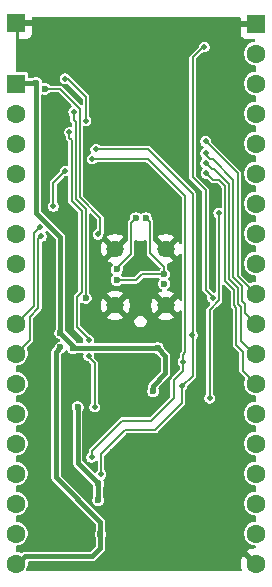
<source format=gbr>
%TF.GenerationSoftware,KiCad,Pcbnew,9.0.7-9.0.7~ubuntu22.04.1*%
%TF.CreationDate,2026-02-10T09:56:36-07:00*%
%TF.ProjectId,ESP32-S3-MINI-1_UU,45535033-322d-4533-932d-4d494e492d31,rev?*%
%TF.SameCoordinates,Original*%
%TF.FileFunction,Copper,L2,Bot*%
%TF.FilePolarity,Positive*%
%FSLAX46Y46*%
G04 Gerber Fmt 4.6, Leading zero omitted, Abs format (unit mm)*
G04 Created by KiCad (PCBNEW 9.0.7-9.0.7~ubuntu22.04.1) date 2026-02-10 09:56:36*
%MOMM*%
%LPD*%
G01*
G04 APERTURE LIST*
%TA.AperFunction,ComponentPad*%
%ADD10R,1.600000X1.600000*%
%TD*%
%TA.AperFunction,ComponentPad*%
%ADD11C,1.600000*%
%TD*%
%TA.AperFunction,ComponentPad*%
%ADD12C,1.460000*%
%TD*%
%TA.AperFunction,ViaPad*%
%ADD13C,0.500000*%
%TD*%
%TA.AperFunction,ViaPad*%
%ADD14C,0.600000*%
%TD*%
%TA.AperFunction,Conductor*%
%ADD15C,0.400000*%
%TD*%
%TA.AperFunction,Conductor*%
%ADD16C,0.150000*%
%TD*%
%TA.AperFunction,Conductor*%
%ADD17C,0.200000*%
%TD*%
G04 APERTURE END LIST*
D10*
%TO.P,J5,1,1*%
%TO.N,3V3*%
X189840000Y-74360000D03*
D11*
%TO.P,J5,2,2*%
%TO.N,LED*%
X189840000Y-76900000D03*
%TO.P,J5,3,3*%
%TO.N,IO3*%
X189840000Y-79440000D03*
%TO.P,J5,4,4*%
%TO.N,IO4*%
X189840000Y-81980000D03*
%TO.P,J5,5,5*%
%TO.N,IO5*%
X189840000Y-84520000D03*
%TO.P,J5,6,6*%
%TO.N,IO6*%
X189840000Y-87060000D03*
%TO.P,J5,7,7*%
%TO.N,IO7*%
X189840000Y-89600000D03*
%TO.P,J5,8,8*%
%TO.N,IO10*%
X189840000Y-92140000D03*
%TO.P,J5,9,9*%
%TO.N,IO11*%
X189840000Y-94680000D03*
%TO.P,J5,10,10*%
%TO.N,IO12*%
X189840000Y-97220000D03*
%TO.P,J5,11,11*%
%TO.N,IO13*%
X189840000Y-99760000D03*
%TO.P,J5,12,12*%
%TO.N,IO14*%
X189840000Y-102300000D03*
%TO.P,J5,13,13*%
%TO.N,IO15*%
X189840000Y-104840000D03*
%TO.P,J5,14,14*%
%TO.N,IO16*%
X189840000Y-107380000D03*
%TO.P,J5,15,15*%
%TO.N,IO17*%
X189840000Y-109920000D03*
%TO.P,J5,16,16*%
%TO.N,IO18*%
X189840000Y-112460000D03*
%TO.P,J5,17,17*%
%TO.N,V_USB*%
X189840000Y-115000000D03*
%TD*%
D10*
%TO.P,J6,1,1*%
%TO.N,GND*%
X210160000Y-69280000D03*
D11*
%TO.P,J6,2,2*%
%TO.N,IO46*%
X210160000Y-71820000D03*
%TO.P,J6,3,3*%
%TO.N,IO45*%
X210160000Y-74360000D03*
%TO.P,J6,4,4*%
%TO.N,RX*%
X210160000Y-76900000D03*
%TO.P,J6,5,5*%
%TO.N,TX*%
X210160000Y-79440000D03*
%TO.P,J6,6,6*%
%TO.N,MTMS*%
X210160000Y-81980000D03*
%TO.P,J6,7,7*%
%TO.N,MTDI*%
X210160000Y-84520000D03*
%TO.P,J6,8,8*%
%TO.N,MTDO*%
X210160000Y-87060000D03*
%TO.P,J6,9,9*%
%TO.N,MTCK*%
X210160000Y-89600000D03*
%TO.P,J6,10,10*%
%TO.N,IO38*%
X210160000Y-92140000D03*
%TO.P,J6,11,11*%
%TO.N,IO37*%
X210160000Y-94680000D03*
%TO.P,J6,12,12*%
%TO.N,IO36*%
X210160000Y-97220000D03*
%TO.P,J6,13,13*%
%TO.N,IO35*%
X210160000Y-99760000D03*
%TO.P,J6,14,14*%
%TO.N,IO34*%
X210160000Y-102300000D03*
%TO.P,J6,15,15*%
%TO.N,IO33*%
X210160000Y-104840000D03*
%TO.P,J6,16,16*%
%TO.N,IO47*%
X210160000Y-107380000D03*
%TO.P,J6,17,17*%
%TO.N,IO26*%
X210160000Y-109920000D03*
%TO.P,J6,18,18*%
%TO.N,IO21*%
X210160000Y-112460000D03*
%TO.P,J6,19,19*%
%TO.N,GND*%
X210160000Y-115000000D03*
%TD*%
D10*
%TO.P,J4,1,1*%
%TO.N,GND*%
X189875000Y-69270000D03*
%TD*%
D12*
%TO.P,J2,MH1,MH1*%
%TO.N,GND*%
X198235000Y-93150000D03*
%TO.P,J2,MH2,MH2*%
X198235000Y-88350000D03*
%TO.P,J2,MH3,MH3*%
X202535000Y-88350000D03*
%TO.P,J2,MH4,MH4*%
X202535000Y-93150000D03*
%TD*%
D13*
%TO.N,GND*%
X196300000Y-86400000D03*
D14*
X203293413Y-97306587D03*
X194100000Y-101750000D03*
D13*
X206900000Y-95400000D03*
D14*
X195750000Y-98850000D03*
D13*
X205324999Y-87303016D03*
D14*
X198250000Y-111450000D03*
X192100000Y-113400000D03*
X198050000Y-105521130D03*
X207750000Y-114750000D03*
D13*
X194250000Y-71000000D03*
D14*
X198250000Y-95500000D03*
D13*
X196000000Y-93750000D03*
X195900000Y-82500000D03*
D14*
X197800000Y-108100000D03*
D13*
X200500000Y-100400000D03*
X202500000Y-86500000D03*
D14*
X202500000Y-95500000D03*
X197800000Y-109700000D03*
X203385000Y-91750000D03*
X198290000Y-98000000D03*
X196635000Y-90240000D03*
D13*
X195250000Y-96100000D03*
D14*
X194300000Y-111100000D03*
D13*
X204100000Y-81800000D03*
X196000000Y-104750000D03*
X205000000Y-103750000D03*
X207000000Y-84475000D03*
X204200000Y-71000000D03*
X202500000Y-104500000D03*
D14*
X200385000Y-88750000D03*
X200385000Y-92750000D03*
D13*
X197250000Y-101750000D03*
X194500000Y-89500000D03*
X198250000Y-86500000D03*
D14*
X205900000Y-78400000D03*
D13*
X205500000Y-101500000D03*
D14*
%TO.N,VSYS*%
X196800000Y-109620000D03*
X196800000Y-108200000D03*
X195067500Y-101750000D03*
%TO.N,V_USB*%
X197000000Y-112480000D03*
X193600000Y-96700000D03*
D13*
%TO.N,IO36*%
X205900000Y-81081823D03*
%TO.N,IO35*%
X205947135Y-81954671D03*
%TO.N,BAT_ALRT*%
X196000000Y-96100000D03*
X196500000Y-101750000D03*
X194374000Y-78500000D03*
X195775000Y-77500000D03*
X196000000Y-97412500D03*
X194000000Y-73950000D03*
%TO.N,LED*%
X196800000Y-87125641D03*
D14*
X192300000Y-74800000D03*
D13*
%TO.N,IO37*%
X205900000Y-80250000D03*
D14*
%TO.N,3V3*%
X201450000Y-100400000D03*
X201850000Y-96750000D03*
X193600000Y-95475000D03*
X194675000Y-96750000D03*
X191549000Y-74300000D03*
D13*
%TO.N,SCL*%
X196300000Y-80750000D03*
X203986000Y-97912500D03*
X196259998Y-106001619D03*
%TO.N,SDA*%
X197052983Y-107441051D03*
X196600000Y-79900000D03*
X204788255Y-95663204D03*
X203900000Y-100000000D03*
D14*
%TO.N,D+*%
X202385000Y-90500000D03*
X200850000Y-85750000D03*
X198385000Y-91000000D03*
D13*
%TO.N,RGB*%
X207000000Y-85300000D03*
X206250000Y-101000000D03*
D14*
%TO.N,D-*%
X202385000Y-91300000D03*
X200000000Y-85750000D03*
X198385000Y-90100000D03*
%TO.N,Net-(S1-NO)*%
X195750000Y-92500000D03*
D13*
X194725000Y-76750000D03*
%TO.N,Net-(S2-NO)*%
X205800000Y-71250000D03*
X206500000Y-92500000D03*
%TO.N,IO12*%
X192000000Y-87300000D03*
%TO.N,IO11*%
X193000000Y-84750000D03*
X194000000Y-81750000D03*
X191876000Y-86545238D03*
%TO.N,IO38*%
X205900000Y-79250000D03*
%TD*%
D15*
%TO.N,VSYS*%
X196800000Y-108200000D02*
X195067500Y-106467500D01*
X196800000Y-108200000D02*
X196800000Y-109620000D01*
X195067500Y-106467500D02*
X195067500Y-101750000D01*
%TO.N,V_USB*%
X197000000Y-112480000D02*
X197000000Y-113700000D01*
X189951000Y-114799000D02*
X189875000Y-114799000D01*
X190641000Y-114400000D02*
X190041000Y-115000000D01*
X193250000Y-97050000D02*
X193600000Y-96700000D01*
X196300000Y-114400000D02*
X190641000Y-114400000D01*
X197000000Y-111450000D02*
X193250000Y-107700000D01*
X193250000Y-107700000D02*
X193250000Y-97050000D01*
X197000000Y-112480000D02*
X197000000Y-111450000D01*
X197000000Y-113700000D02*
X196300000Y-114400000D01*
D16*
%TO.N,IO36*%
X207898000Y-82898000D02*
X207898000Y-90905777D01*
X208899000Y-96149000D02*
X209970000Y-97220000D01*
X208649000Y-91656777D02*
X208649000Y-93000000D01*
X208000000Y-91007778D02*
X208649000Y-91656777D01*
X207898000Y-90905777D02*
X208000000Y-91007778D01*
X206600000Y-81600000D02*
X207898000Y-82898000D01*
X209970000Y-97220000D02*
X210125000Y-97220000D01*
X208899000Y-93250000D02*
X208899000Y-96149000D01*
X205899488Y-81081311D02*
X206418177Y-81600000D01*
X206418177Y-81600000D02*
X206600000Y-81600000D01*
X208649000Y-93000000D02*
X208899000Y-93250000D01*
%TO.N,IO35*%
X208500000Y-96516000D02*
X208500000Y-93347389D01*
X207546999Y-91051164D02*
X207547000Y-90750000D01*
X208298000Y-93145389D02*
X208298000Y-91802166D01*
X207547000Y-90750000D02*
X207547000Y-83047000D01*
X208298000Y-91802166D02*
X207546999Y-91051164D01*
X209032500Y-98667500D02*
X209032500Y-97048500D01*
X207547000Y-83047000D02*
X207000000Y-82500000D01*
X208500000Y-93347389D02*
X208298000Y-93145389D01*
X206492464Y-82500000D02*
X205947135Y-81954671D01*
X207000000Y-82500000D02*
X206492464Y-82500000D01*
X210125000Y-99760000D02*
X209032500Y-98667500D01*
X209032500Y-97048500D02*
X208500000Y-96516000D01*
%TO.N,BAT_ALRT*%
X195775000Y-75525000D02*
X195775000Y-77500000D01*
X195399000Y-85145388D02*
X194548000Y-84294388D01*
X194548000Y-79173000D02*
X194374000Y-78999000D01*
X196000000Y-96100000D02*
X196000000Y-96000000D01*
X194000000Y-73950000D02*
X194050000Y-74000000D01*
X195000000Y-92435412D02*
X195399000Y-92036412D01*
X196000000Y-97500000D02*
X196000000Y-97412500D01*
X194050000Y-74000000D02*
X194250000Y-74000000D01*
X194548000Y-84294388D02*
X194548000Y-79173000D01*
X194250000Y-74000000D02*
X195775000Y-75525000D01*
X196500000Y-98000000D02*
X196000000Y-97500000D01*
X194374000Y-78999000D02*
X194374000Y-78500000D01*
X196000000Y-96000000D02*
X195000000Y-95000000D01*
X195399000Y-92036412D02*
X195399000Y-85145388D01*
X195000000Y-95000000D02*
X195000000Y-92435412D01*
X196500000Y-101750000D02*
X196500000Y-98000000D01*
%TO.N,LED*%
X197000000Y-85750000D02*
X195250000Y-84000000D01*
D17*
X192300000Y-74800000D02*
X192250000Y-74750000D01*
D16*
X196800000Y-87125641D02*
X197000000Y-86925641D01*
X195250000Y-76500000D02*
X193550000Y-74800000D01*
X195250000Y-84000000D02*
X195250000Y-76500000D01*
X193550000Y-74800000D02*
X192300000Y-74800000D01*
X197000000Y-86925641D02*
X197000000Y-85750000D01*
%TO.N,IO37*%
X206500000Y-80750000D02*
X208249000Y-82499000D01*
X209000000Y-91511389D02*
X209000000Y-92750000D01*
X209250000Y-93805000D02*
X210125000Y-94680000D01*
X209000000Y-92750000D02*
X209250000Y-93000000D01*
X206310640Y-80750000D02*
X206500000Y-80750000D01*
X209250000Y-93000000D02*
X209250000Y-93805000D01*
X208249000Y-82499000D02*
X208249000Y-90760389D01*
X208249000Y-90760389D02*
X209000000Y-91511389D01*
X205943192Y-80382552D02*
X206310640Y-80750000D01*
D15*
%TO.N,3V3*%
X193600000Y-87350000D02*
X193600000Y-95475000D01*
X191549000Y-74300000D02*
X191549000Y-85299000D01*
X194675000Y-96550000D02*
X193600000Y-95475000D01*
X194675000Y-96625000D02*
X194675000Y-96750000D01*
X191549000Y-85299000D02*
X193600000Y-87350000D01*
X189935000Y-74300000D02*
X189875000Y-74360000D01*
X201850000Y-96750000D02*
X194800000Y-96750000D01*
X202500000Y-97400000D02*
X202500000Y-98900000D01*
X201850000Y-96750000D02*
X202500000Y-97400000D01*
X202500000Y-98900000D02*
X201450000Y-99950000D01*
X201450000Y-99950000D02*
X201450000Y-100400000D01*
X194675000Y-96750000D02*
X194675000Y-96550000D01*
X194800000Y-96750000D02*
X194675000Y-96625000D01*
X191549000Y-74300000D02*
X189935000Y-74300000D01*
D16*
%TO.N,SCL*%
X196300000Y-80750000D02*
X201050000Y-80750000D01*
X204187255Y-97112745D02*
X204000000Y-97300000D01*
X196259998Y-105440002D02*
X198800000Y-102900000D01*
X196259998Y-106001619D02*
X196259998Y-105440002D01*
X201300000Y-102900000D02*
X203200000Y-101000000D01*
X203200000Y-101000000D02*
X203200000Y-99500000D01*
X201050000Y-80750000D02*
X204187255Y-83887255D01*
X204000000Y-97300000D02*
X204000000Y-97786000D01*
X196350000Y-80800000D02*
X196300000Y-80750000D01*
D17*
X203986000Y-97800000D02*
X204000000Y-97786000D01*
D16*
X198800000Y-102900000D02*
X201300000Y-102900000D01*
X203986000Y-98714000D02*
X203986000Y-97912500D01*
X204187255Y-83887255D02*
X204187255Y-97112745D01*
X203200000Y-99500000D02*
X203986000Y-98714000D01*
%TO.N,SDA*%
X201000000Y-79900000D02*
X204800000Y-83700000D01*
X197052983Y-105703559D02*
X197052983Y-107441051D01*
X199056542Y-103700000D02*
X197052983Y-105703559D01*
X199100000Y-103700000D02*
X199056542Y-103700000D01*
X203900000Y-101400000D02*
X201600000Y-103700000D01*
X203900000Y-100000000D02*
X203900000Y-101400000D01*
X201600000Y-103700000D02*
X199100000Y-103700000D01*
X197052983Y-107441051D02*
X197100000Y-107394034D01*
D17*
X204800000Y-95651459D02*
X204800000Y-95500000D01*
D16*
X204800000Y-99100000D02*
X204800000Y-95500000D01*
X204800000Y-83700000D02*
X204800000Y-95500000D01*
X203900000Y-100000000D02*
X204800000Y-99100000D01*
D17*
X204788255Y-95663204D02*
X204800000Y-95651459D01*
D16*
X196600000Y-79900000D02*
X201000000Y-79900000D01*
%TO.N,D+*%
X201181000Y-88681000D02*
X201181000Y-86081000D01*
X202385000Y-90500000D02*
X202385000Y-89885000D01*
X202385000Y-89885000D02*
X201181000Y-88681000D01*
D17*
X200500000Y-90500000D02*
X202385000Y-90500000D01*
X200000000Y-91000000D02*
X200500000Y-90500000D01*
D16*
X201181000Y-86081000D02*
X200850000Y-85750000D01*
D17*
X198385000Y-91000000D02*
X200000000Y-91000000D01*
D16*
%TO.N,RGB*%
X207026000Y-92717877D02*
X207026000Y-85401000D01*
X206250000Y-101000000D02*
X206250000Y-93493877D01*
X206900000Y-85300000D02*
X207000000Y-85300000D01*
X206250000Y-93493877D02*
X207026000Y-92717877D01*
D17*
X207000000Y-85200000D02*
X207000000Y-85300000D01*
D16*
%TO.N,D-*%
X199589000Y-86161000D02*
X200000000Y-85750000D01*
X199589000Y-88796000D02*
X199589000Y-86161000D01*
X198385000Y-90000000D02*
X199589000Y-88796000D01*
D17*
X198385000Y-90100000D02*
X198385000Y-90000000D01*
D16*
%TO.N,Net-(S1-NO)*%
X194899000Y-77649000D02*
X194899000Y-84149000D01*
X194899000Y-84149000D02*
X195750000Y-85000000D01*
X194725000Y-76750000D02*
X194725000Y-77475000D01*
X194725000Y-77475000D02*
X194899000Y-77649000D01*
X195750000Y-85000000D02*
X195750000Y-92500000D01*
%TO.N,Net-(S2-NO)*%
X205900000Y-83400000D02*
X204800000Y-82300000D01*
X204800000Y-82300000D02*
X204800000Y-72151000D01*
D17*
X205750000Y-71351000D02*
X205800000Y-71301000D01*
D16*
X206500000Y-92400000D02*
X205900000Y-91800000D01*
D17*
X205750000Y-71250000D02*
X205801000Y-71301000D01*
D16*
X204800000Y-72151000D02*
X205600000Y-71351000D01*
X206500000Y-92500000D02*
X206500000Y-92400000D01*
X205900000Y-91800000D02*
X205900000Y-83400000D01*
%TO.N,IO12*%
X191751000Y-87549000D02*
X191751000Y-93349000D01*
X191000000Y-94100000D02*
X191000000Y-96100000D01*
X190900000Y-96200000D02*
X190895000Y-96200000D01*
X191000000Y-96100000D02*
X190900000Y-96200000D01*
X192000000Y-87300000D02*
X191751000Y-87549000D01*
X190895000Y-96200000D02*
X189875000Y-97220000D01*
X191751000Y-93349000D02*
X191000000Y-94100000D01*
%TO.N,IO11*%
X193000000Y-82750000D02*
X194000000Y-81750000D01*
X191400000Y-87021238D02*
X191400000Y-93155000D01*
X191876000Y-86545238D02*
X191400000Y-87021238D01*
X191400000Y-93155000D02*
X189875000Y-94680000D01*
X193000000Y-84750000D02*
X193000000Y-82750000D01*
%TO.N,IO38*%
X208600000Y-81950000D02*
X208600000Y-90615000D01*
X205900000Y-79250000D02*
X208600000Y-81950000D01*
X205750000Y-79250000D02*
X206000000Y-79250000D01*
X208600000Y-90615000D02*
X210125000Y-92140000D01*
%TD*%
%TA.AperFunction,Conductor*%
%TO.N,GND*%
G36*
X203564359Y-89025807D02*
G01*
X203564360Y-89025806D01*
X203586985Y-88994665D01*
X203586993Y-88994652D01*
X203677097Y-88817815D01*
X203679149Y-88818860D01*
X203717006Y-88771856D01*
X203783293Y-88749772D01*
X203850998Y-88767032D01*
X203898623Y-88818155D01*
X203911755Y-88873692D01*
X203911755Y-92626307D01*
X203892070Y-92693346D01*
X203839266Y-92739101D01*
X203770108Y-92749045D01*
X203706552Y-92720020D01*
X203678673Y-92681381D01*
X203677097Y-92682185D01*
X203586991Y-92505343D01*
X203564359Y-92474192D01*
X203034292Y-93004259D01*
X203019563Y-92949288D01*
X202951104Y-92830713D01*
X202854287Y-92733896D01*
X202735712Y-92665437D01*
X202680739Y-92650707D01*
X203210806Y-92120639D01*
X203210806Y-92120638D01*
X203179662Y-92098011D01*
X203007158Y-92010116D01*
X202823022Y-91950286D01*
X202726799Y-91935046D01*
X202663664Y-91905117D01*
X202626733Y-91845805D01*
X202627731Y-91775943D01*
X202666341Y-91717710D01*
X202684199Y-91705185D01*
X202692314Y-91700500D01*
X202785500Y-91607314D01*
X202851392Y-91493186D01*
X202885500Y-91365892D01*
X202885500Y-91234108D01*
X202851392Y-91106814D01*
X202785500Y-90992686D01*
X202780495Y-90987681D01*
X202747010Y-90926358D01*
X202751994Y-90856666D01*
X202780495Y-90812319D01*
X202785500Y-90807314D01*
X202851392Y-90693186D01*
X202885500Y-90565892D01*
X202885500Y-90434108D01*
X202851392Y-90306814D01*
X202785500Y-90192686D01*
X202696819Y-90104005D01*
X202663334Y-90042682D01*
X202660500Y-90016324D01*
X202660500Y-89830201D01*
X202660499Y-89830197D01*
X202627567Y-89750693D01*
X202621672Y-89736463D01*
X202614200Y-89666994D01*
X202645472Y-89604513D01*
X202705560Y-89568858D01*
X202716834Y-89566532D01*
X202823021Y-89549714D01*
X202823022Y-89549713D01*
X203007158Y-89489883D01*
X203179652Y-89401993D01*
X203179665Y-89401985D01*
X203210806Y-89379360D01*
X203210807Y-89379359D01*
X202680739Y-88849292D01*
X202735712Y-88834563D01*
X202854287Y-88766104D01*
X202951104Y-88669287D01*
X203019563Y-88550712D01*
X203034292Y-88495740D01*
X203564359Y-89025807D01*
G37*
%TD.AperFunction*%
%TA.AperFunction,Conductor*%
G36*
X200846664Y-87615175D02*
G01*
X200893356Y-87667153D01*
X200905500Y-87720672D01*
X200905500Y-88735800D01*
X200941562Y-88822861D01*
X200947443Y-88837059D01*
X202056104Y-89945719D01*
X202060441Y-89953663D01*
X202067689Y-89959088D01*
X202076925Y-89983850D01*
X202089589Y-90007042D01*
X202088943Y-90016070D01*
X202092107Y-90024552D01*
X202086490Y-90050374D01*
X202084605Y-90076734D01*
X202078787Y-90085786D01*
X202077256Y-90092826D01*
X202056105Y-90121080D01*
X202014006Y-90163180D01*
X201952684Y-90196666D01*
X201926324Y-90199500D01*
X200460438Y-90199500D01*
X200384010Y-90219978D01*
X200315489Y-90259540D01*
X200315486Y-90259542D01*
X199911848Y-90663181D01*
X199850525Y-90696666D01*
X199824167Y-90699500D01*
X198843676Y-90699500D01*
X198814235Y-90690855D01*
X198784249Y-90684332D01*
X198779233Y-90680577D01*
X198776637Y-90679815D01*
X198755995Y-90663181D01*
X198730495Y-90637681D01*
X198697010Y-90576358D01*
X198701994Y-90506666D01*
X198730495Y-90462319D01*
X198743292Y-90449522D01*
X198785500Y-90407314D01*
X198851392Y-90293186D01*
X198885500Y-90165892D01*
X198885500Y-90034108D01*
X198873388Y-89988905D01*
X198875051Y-89919056D01*
X198905482Y-89869132D01*
X199107621Y-89666994D01*
X199822557Y-88952059D01*
X199838091Y-88914557D01*
X199864500Y-88850800D01*
X199864500Y-87720672D01*
X199884185Y-87653633D01*
X199936989Y-87607878D01*
X200006147Y-87597934D01*
X200049588Y-87614580D01*
X200050182Y-87613471D01*
X200055563Y-87616347D01*
X200162133Y-87660489D01*
X200182130Y-87668772D01*
X200182134Y-87668772D01*
X200182135Y-87668773D01*
X200316496Y-87695500D01*
X200316499Y-87695500D01*
X200453503Y-87695500D01*
X200560622Y-87674192D01*
X200587870Y-87668772D01*
X200714443Y-87616344D01*
X200714448Y-87616340D01*
X200719818Y-87613471D01*
X200720661Y-87615048D01*
X200779284Y-87596692D01*
X200846664Y-87615175D01*
G37*
%TD.AperFunction*%
%TA.AperFunction,Conductor*%
G36*
X208803039Y-68720185D02*
G01*
X208848794Y-68772989D01*
X208860000Y-68824500D01*
X208860000Y-69030000D01*
X209844314Y-69030000D01*
X209839920Y-69034394D01*
X209787259Y-69125606D01*
X209760000Y-69227339D01*
X209760000Y-69332661D01*
X209787259Y-69434394D01*
X209839920Y-69525606D01*
X209844314Y-69530000D01*
X208860000Y-69530000D01*
X208860000Y-70127844D01*
X208866401Y-70187372D01*
X208866403Y-70187379D01*
X208916645Y-70322086D01*
X208916649Y-70322093D01*
X209002809Y-70437187D01*
X209002812Y-70437190D01*
X209117906Y-70523350D01*
X209117913Y-70523354D01*
X209252620Y-70573596D01*
X209252627Y-70573598D01*
X209312155Y-70579999D01*
X209312172Y-70580000D01*
X210006513Y-70580000D01*
X210073552Y-70599685D01*
X210119307Y-70652489D01*
X210129251Y-70721647D01*
X210100226Y-70785203D01*
X210041448Y-70822977D01*
X210030705Y-70825617D01*
X209868170Y-70857947D01*
X209868160Y-70857950D01*
X209686092Y-70933364D01*
X209686079Y-70933371D01*
X209522218Y-71042860D01*
X209522214Y-71042863D01*
X209382863Y-71182214D01*
X209382860Y-71182218D01*
X209273371Y-71346079D01*
X209273364Y-71346092D01*
X209197950Y-71528160D01*
X209197947Y-71528170D01*
X209159500Y-71721456D01*
X209159500Y-71721459D01*
X209159500Y-71918541D01*
X209159500Y-71918543D01*
X209159499Y-71918543D01*
X209197947Y-72111829D01*
X209197950Y-72111839D01*
X209273364Y-72293907D01*
X209273371Y-72293920D01*
X209382860Y-72457781D01*
X209382863Y-72457785D01*
X209522214Y-72597136D01*
X209522218Y-72597139D01*
X209686079Y-72706628D01*
X209686092Y-72706635D01*
X209868160Y-72782049D01*
X209868165Y-72782051D01*
X210059691Y-72820148D01*
X210121602Y-72852533D01*
X210156176Y-72913248D01*
X210159500Y-72941765D01*
X210159500Y-73238234D01*
X210139815Y-73305273D01*
X210087011Y-73351028D01*
X210059692Y-73359851D01*
X209868170Y-73397947D01*
X209868160Y-73397950D01*
X209686092Y-73473364D01*
X209686079Y-73473371D01*
X209522218Y-73582860D01*
X209522214Y-73582863D01*
X209382863Y-73722214D01*
X209382860Y-73722218D01*
X209273371Y-73886079D01*
X209273364Y-73886092D01*
X209197950Y-74068160D01*
X209197947Y-74068170D01*
X209159500Y-74261456D01*
X209159500Y-74261459D01*
X209159500Y-74458541D01*
X209159500Y-74458543D01*
X209159499Y-74458543D01*
X209197947Y-74651829D01*
X209197950Y-74651839D01*
X209273364Y-74833907D01*
X209273371Y-74833920D01*
X209382860Y-74997781D01*
X209382863Y-74997785D01*
X209522214Y-75137136D01*
X209522218Y-75137139D01*
X209686079Y-75246628D01*
X209686092Y-75246635D01*
X209825918Y-75304552D01*
X209868165Y-75322051D01*
X210059691Y-75360148D01*
X210121602Y-75392533D01*
X210156176Y-75453248D01*
X210159500Y-75481765D01*
X210159500Y-75778234D01*
X210139815Y-75845273D01*
X210087011Y-75891028D01*
X210059692Y-75899851D01*
X209868170Y-75937947D01*
X209868160Y-75937950D01*
X209686092Y-76013364D01*
X209686079Y-76013371D01*
X209522218Y-76122860D01*
X209522214Y-76122863D01*
X209382863Y-76262214D01*
X209382860Y-76262218D01*
X209273371Y-76426079D01*
X209273364Y-76426092D01*
X209197950Y-76608160D01*
X209197947Y-76608170D01*
X209159500Y-76801456D01*
X209159500Y-76801459D01*
X209159500Y-76998541D01*
X209159500Y-76998543D01*
X209159499Y-76998543D01*
X209197947Y-77191829D01*
X209197950Y-77191839D01*
X209273364Y-77373907D01*
X209273371Y-77373920D01*
X209382860Y-77537781D01*
X209382863Y-77537785D01*
X209522214Y-77677136D01*
X209522218Y-77677139D01*
X209686079Y-77786628D01*
X209686092Y-77786635D01*
X209864394Y-77860489D01*
X209868165Y-77862051D01*
X210059691Y-77900148D01*
X210121602Y-77932533D01*
X210156176Y-77993248D01*
X210159500Y-78021765D01*
X210159500Y-78318234D01*
X210139815Y-78385273D01*
X210087011Y-78431028D01*
X210059692Y-78439851D01*
X209868170Y-78477947D01*
X209868160Y-78477950D01*
X209686092Y-78553364D01*
X209686079Y-78553371D01*
X209522218Y-78662860D01*
X209522214Y-78662863D01*
X209382863Y-78802214D01*
X209382860Y-78802218D01*
X209273371Y-78966079D01*
X209273364Y-78966092D01*
X209197950Y-79148160D01*
X209197947Y-79148170D01*
X209159500Y-79341456D01*
X209159500Y-79341459D01*
X209159500Y-79538541D01*
X209159500Y-79538543D01*
X209159499Y-79538543D01*
X209197947Y-79731829D01*
X209197950Y-79731839D01*
X209273364Y-79913907D01*
X209273371Y-79913920D01*
X209382860Y-80077781D01*
X209382863Y-80077785D01*
X209522214Y-80217136D01*
X209522218Y-80217139D01*
X209686079Y-80326628D01*
X209686092Y-80326635D01*
X209837895Y-80389513D01*
X209868165Y-80402051D01*
X210059691Y-80440148D01*
X210121602Y-80472533D01*
X210156176Y-80533248D01*
X210159500Y-80561765D01*
X210159500Y-80858234D01*
X210139815Y-80925273D01*
X210087011Y-80971028D01*
X210059692Y-80979851D01*
X209868170Y-81017947D01*
X209868160Y-81017950D01*
X209686092Y-81093364D01*
X209686079Y-81093371D01*
X209522218Y-81202860D01*
X209522214Y-81202863D01*
X209382863Y-81342214D01*
X209382860Y-81342218D01*
X209273371Y-81506079D01*
X209273364Y-81506092D01*
X209197950Y-81688160D01*
X209197947Y-81688170D01*
X209159500Y-81881456D01*
X209159500Y-81881459D01*
X209159500Y-82078541D01*
X209159500Y-82078543D01*
X209159499Y-82078543D01*
X209197947Y-82271829D01*
X209197950Y-82271839D01*
X209273364Y-82453907D01*
X209273371Y-82453920D01*
X209382860Y-82617781D01*
X209382863Y-82617785D01*
X209522214Y-82757136D01*
X209522218Y-82757139D01*
X209686079Y-82866628D01*
X209686092Y-82866635D01*
X209804009Y-82915477D01*
X209868165Y-82942051D01*
X210059691Y-82980148D01*
X210121602Y-83012533D01*
X210156176Y-83073248D01*
X210159500Y-83101765D01*
X210159500Y-83398234D01*
X210139815Y-83465273D01*
X210087011Y-83511028D01*
X210059692Y-83519851D01*
X209868170Y-83557947D01*
X209868160Y-83557950D01*
X209686092Y-83633364D01*
X209686079Y-83633371D01*
X209522218Y-83742860D01*
X209522214Y-83742863D01*
X209382863Y-83882214D01*
X209382860Y-83882218D01*
X209273371Y-84046079D01*
X209273364Y-84046092D01*
X209197950Y-84228160D01*
X209197947Y-84228170D01*
X209159500Y-84421456D01*
X209159500Y-84421459D01*
X209159500Y-84618541D01*
X209159500Y-84618543D01*
X209159499Y-84618543D01*
X209197947Y-84811829D01*
X209197950Y-84811839D01*
X209273364Y-84993907D01*
X209273371Y-84993920D01*
X209382860Y-85157781D01*
X209382863Y-85157785D01*
X209522214Y-85297136D01*
X209522218Y-85297139D01*
X209686079Y-85406628D01*
X209686092Y-85406635D01*
X209799451Y-85453589D01*
X209868165Y-85482051D01*
X210059691Y-85520148D01*
X210121602Y-85552533D01*
X210156176Y-85613248D01*
X210159500Y-85641765D01*
X210159500Y-85938234D01*
X210139815Y-86005273D01*
X210087011Y-86051028D01*
X210059692Y-86059851D01*
X209868170Y-86097947D01*
X209868160Y-86097950D01*
X209686092Y-86173364D01*
X209686079Y-86173371D01*
X209522218Y-86282860D01*
X209522214Y-86282863D01*
X209382863Y-86422214D01*
X209382860Y-86422218D01*
X209273371Y-86586079D01*
X209273364Y-86586092D01*
X209197950Y-86768160D01*
X209197947Y-86768170D01*
X209159500Y-86961456D01*
X209159500Y-86961459D01*
X209159500Y-87158541D01*
X209159500Y-87158543D01*
X209159499Y-87158543D01*
X209197947Y-87351829D01*
X209197950Y-87351839D01*
X209273364Y-87533907D01*
X209273371Y-87533920D01*
X209382860Y-87697781D01*
X209382863Y-87697785D01*
X209522214Y-87837136D01*
X209522218Y-87837139D01*
X209686079Y-87946628D01*
X209686092Y-87946635D01*
X209868160Y-88022049D01*
X209868165Y-88022051D01*
X210059691Y-88060148D01*
X210121602Y-88092533D01*
X210156176Y-88153248D01*
X210159500Y-88181765D01*
X210159500Y-88478234D01*
X210139815Y-88545273D01*
X210087011Y-88591028D01*
X210059692Y-88599851D01*
X209868170Y-88637947D01*
X209868160Y-88637950D01*
X209686092Y-88713364D01*
X209686079Y-88713371D01*
X209522218Y-88822860D01*
X209522214Y-88822863D01*
X209382863Y-88962214D01*
X209382861Y-88962217D01*
X209273371Y-89126079D01*
X209273364Y-89126092D01*
X209197950Y-89308160D01*
X209197947Y-89308170D01*
X209159500Y-89501456D01*
X209159500Y-89501459D01*
X209159500Y-89698541D01*
X209159500Y-89698543D01*
X209159499Y-89698543D01*
X209197947Y-89891829D01*
X209197950Y-89891839D01*
X209273364Y-90073907D01*
X209273371Y-90073920D01*
X209382860Y-90237781D01*
X209382863Y-90237785D01*
X209522214Y-90377136D01*
X209522218Y-90377139D01*
X209686079Y-90486628D01*
X209686092Y-90486635D01*
X209808176Y-90537203D01*
X209868165Y-90562051D01*
X210059691Y-90600148D01*
X210121602Y-90632533D01*
X210156176Y-90693248D01*
X210159500Y-90721765D01*
X210159500Y-91018234D01*
X210139815Y-91085273D01*
X210087011Y-91131028D01*
X210059692Y-91139851D01*
X209868170Y-91177947D01*
X209868160Y-91177950D01*
X209721548Y-91238679D01*
X209652079Y-91246148D01*
X209589600Y-91214873D01*
X209586415Y-91211799D01*
X208911819Y-90537203D01*
X208878334Y-90475880D01*
X208875500Y-90449522D01*
X208875500Y-81895201D01*
X208875499Y-81895198D01*
X208867340Y-81875500D01*
X208867340Y-81875499D01*
X208833560Y-81793944D01*
X206386819Y-79347203D01*
X206353334Y-79285880D01*
X206350500Y-79259522D01*
X206350500Y-79190693D01*
X206350500Y-79190691D01*
X206319799Y-79076114D01*
X206260489Y-78973387D01*
X206176613Y-78889511D01*
X206073886Y-78830201D01*
X205959309Y-78799500D01*
X205840691Y-78799500D01*
X205726114Y-78830201D01*
X205726112Y-78830201D01*
X205726112Y-78830202D01*
X205623387Y-78889511D01*
X205623384Y-78889513D01*
X205539513Y-78973384D01*
X205539511Y-78973387D01*
X205480201Y-79076114D01*
X205449500Y-79190691D01*
X205449500Y-79309309D01*
X205480201Y-79423886D01*
X205539511Y-79526613D01*
X205623387Y-79610489D01*
X205679027Y-79642613D01*
X205727242Y-79693181D01*
X205740464Y-79761788D01*
X205714496Y-79826653D01*
X205679027Y-79857387D01*
X205623387Y-79889511D01*
X205623384Y-79889513D01*
X205539513Y-79973384D01*
X205539511Y-79973387D01*
X205480201Y-80076114D01*
X205449500Y-80190691D01*
X205449500Y-80309309D01*
X205480201Y-80423886D01*
X205539511Y-80526613D01*
X205539513Y-80526615D01*
X205591128Y-80578230D01*
X205624613Y-80639553D01*
X205619629Y-80709245D01*
X205591129Y-80753591D01*
X205539514Y-80805206D01*
X205539511Y-80805210D01*
X205480201Y-80907937D01*
X205449500Y-81022514D01*
X205449500Y-81141132D01*
X205480201Y-81255709D01*
X205539511Y-81358436D01*
X205623387Y-81442312D01*
X205623393Y-81442315D01*
X205623808Y-81442634D01*
X205624076Y-81443001D01*
X205629134Y-81448059D01*
X205628345Y-81448847D01*
X205665014Y-81499060D01*
X205669173Y-81568805D01*
X205636009Y-81628694D01*
X205586649Y-81678054D01*
X205586646Y-81678058D01*
X205527336Y-81780785D01*
X205496635Y-81895362D01*
X205496635Y-82013980D01*
X205527336Y-82128557D01*
X205586646Y-82231284D01*
X205670522Y-82315160D01*
X205773249Y-82374470D01*
X205887826Y-82405171D01*
X205887829Y-82405171D01*
X205956657Y-82405171D01*
X206023696Y-82424856D01*
X206044338Y-82441490D01*
X206336408Y-82733560D01*
X206414721Y-82765997D01*
X206437664Y-82775500D01*
X206834523Y-82775500D01*
X206901562Y-82795185D01*
X206922204Y-82811819D01*
X207235181Y-83124796D01*
X207268666Y-83186119D01*
X207271500Y-83212477D01*
X207271500Y-84744756D01*
X207251815Y-84811795D01*
X207199011Y-84857550D01*
X207129853Y-84867494D01*
X207115408Y-84864531D01*
X207059310Y-84849500D01*
X207059309Y-84849500D01*
X206940691Y-84849500D01*
X206826114Y-84880201D01*
X206826112Y-84880201D01*
X206826112Y-84880202D01*
X206723387Y-84939511D01*
X206723384Y-84939513D01*
X206639513Y-85023384D01*
X206639511Y-85023387D01*
X206580201Y-85126114D01*
X206549500Y-85240691D01*
X206549500Y-85359309D01*
X206580201Y-85473886D01*
X206639511Y-85576613D01*
X206639513Y-85576615D01*
X206714181Y-85651283D01*
X206747666Y-85712606D01*
X206750500Y-85738964D01*
X206750500Y-91939129D01*
X206743457Y-91963114D01*
X206740489Y-91987941D01*
X206733781Y-91996064D01*
X206730815Y-92006168D01*
X206711924Y-92022536D01*
X206696004Y-92041819D01*
X206685969Y-92045026D01*
X206678011Y-92051923D01*
X206653267Y-92055480D01*
X206629452Y-92063094D01*
X206613545Y-92061192D01*
X206608853Y-92061867D01*
X206594408Y-92058904D01*
X206563819Y-92050708D01*
X206508230Y-92018614D01*
X206211819Y-91722203D01*
X206178334Y-91660880D01*
X206175500Y-91634522D01*
X206175500Y-83345201D01*
X206175500Y-83345200D01*
X206133557Y-83243942D01*
X206056058Y-83166443D01*
X205111819Y-82222204D01*
X205078334Y-82160881D01*
X205075500Y-82134523D01*
X205075500Y-72316476D01*
X205095185Y-72249437D01*
X205111815Y-72228799D01*
X205610747Y-71729866D01*
X205672068Y-71696383D01*
X205730521Y-71697775D01*
X205734709Y-71698897D01*
X205740691Y-71700500D01*
X205740692Y-71700500D01*
X205859306Y-71700500D01*
X205859309Y-71700500D01*
X205973886Y-71669799D01*
X206076613Y-71610489D01*
X206160489Y-71526613D01*
X206219799Y-71423886D01*
X206250500Y-71309309D01*
X206250500Y-71190691D01*
X206219799Y-71076114D01*
X206160489Y-70973387D01*
X206076613Y-70889511D01*
X205973886Y-70830201D01*
X205859309Y-70799500D01*
X205740691Y-70799500D01*
X205626114Y-70830201D01*
X205626112Y-70830201D01*
X205626112Y-70830202D01*
X205523387Y-70889511D01*
X205523384Y-70889513D01*
X205439513Y-70973384D01*
X205439511Y-70973387D01*
X205380201Y-71076112D01*
X205350342Y-71187549D01*
X205318248Y-71243136D01*
X204643942Y-71917443D01*
X204566444Y-71994940D01*
X204566443Y-71994941D01*
X204566443Y-71994942D01*
X204524500Y-72096200D01*
X204524500Y-82354800D01*
X204565552Y-82453907D01*
X204565555Y-82453913D01*
X204565553Y-82453913D01*
X204565557Y-82453919D01*
X204566443Y-82456058D01*
X204566444Y-82456060D01*
X205588181Y-83477796D01*
X205621666Y-83539119D01*
X205624500Y-83565477D01*
X205624500Y-91854800D01*
X205664040Y-91950256D01*
X205664040Y-91950258D01*
X205666441Y-91956056D01*
X205666442Y-91956057D01*
X206020342Y-92309958D01*
X206053827Y-92371281D01*
X206052437Y-92429727D01*
X206049500Y-92440686D01*
X206049500Y-92440691D01*
X206049500Y-92559309D01*
X206080201Y-92673886D01*
X206139511Y-92776613D01*
X206223387Y-92860489D01*
X206246671Y-92873932D01*
X206254853Y-92878656D01*
X206303069Y-92929223D01*
X206316291Y-92997830D01*
X206290323Y-93062695D01*
X206280535Y-93073724D01*
X206093942Y-93260320D01*
X206016443Y-93337819D01*
X205974500Y-93439076D01*
X205974500Y-100587036D01*
X205954815Y-100654075D01*
X205938181Y-100674717D01*
X205889513Y-100723384D01*
X205889511Y-100723387D01*
X205830201Y-100826114D01*
X205799500Y-100940691D01*
X205799500Y-101059309D01*
X205830201Y-101173886D01*
X205889511Y-101276613D01*
X205973387Y-101360489D01*
X206076114Y-101419799D01*
X206190691Y-101450500D01*
X206190694Y-101450500D01*
X206309306Y-101450500D01*
X206309309Y-101450500D01*
X206423886Y-101419799D01*
X206526613Y-101360489D01*
X206610489Y-101276613D01*
X206669799Y-101173886D01*
X206700500Y-101059309D01*
X206700500Y-100940691D01*
X206669799Y-100826114D01*
X206610489Y-100723387D01*
X206561819Y-100674717D01*
X206528334Y-100613394D01*
X206525500Y-100587036D01*
X206525500Y-93659354D01*
X206545185Y-93592315D01*
X206561819Y-93571673D01*
X206886690Y-93246802D01*
X207259558Y-92873935D01*
X207259558Y-92873933D01*
X207259560Y-92873932D01*
X207287153Y-92807313D01*
X207301500Y-92772677D01*
X207301500Y-92663077D01*
X207301500Y-91494642D01*
X207321185Y-91427603D01*
X207373989Y-91381848D01*
X207443147Y-91371904D01*
X207506703Y-91400929D01*
X207513176Y-91406957D01*
X207986182Y-91879963D01*
X208019666Y-91941284D01*
X208022500Y-91967642D01*
X208022500Y-93200189D01*
X208060774Y-93292589D01*
X208064443Y-93301447D01*
X208190671Y-93427675D01*
X208193002Y-93430286D01*
X208206539Y-93458805D01*
X208221666Y-93486508D01*
X208222245Y-93491893D01*
X208222963Y-93493406D01*
X208222660Y-93495756D01*
X208224500Y-93512866D01*
X208224500Y-96570800D01*
X208250723Y-96634107D01*
X208256176Y-96647270D01*
X208256176Y-96647272D01*
X208260455Y-96657601D01*
X208266443Y-96672058D01*
X208266445Y-96672060D01*
X208720681Y-97126296D01*
X208754166Y-97187619D01*
X208757000Y-97213977D01*
X208757000Y-98722300D01*
X208798943Y-98823558D01*
X208798944Y-98823559D01*
X209211296Y-99235911D01*
X209244781Y-99297234D01*
X209239797Y-99366926D01*
X209238177Y-99371043D01*
X209197948Y-99468168D01*
X209197947Y-99468171D01*
X209159500Y-99661456D01*
X209159500Y-99661459D01*
X209159500Y-99858541D01*
X209159500Y-99858543D01*
X209159499Y-99858543D01*
X209197947Y-100051829D01*
X209197950Y-100051839D01*
X209273364Y-100233907D01*
X209273371Y-100233920D01*
X209382860Y-100397781D01*
X209382863Y-100397785D01*
X209522214Y-100537136D01*
X209522218Y-100537139D01*
X209686079Y-100646628D01*
X209686092Y-100646635D01*
X209832584Y-100707313D01*
X209868165Y-100722051D01*
X210059691Y-100760148D01*
X210121602Y-100792533D01*
X210156176Y-100853248D01*
X210159500Y-100881765D01*
X210159500Y-101178234D01*
X210139815Y-101245273D01*
X210087011Y-101291028D01*
X210059692Y-101299851D01*
X209868170Y-101337947D01*
X209868160Y-101337950D01*
X209686092Y-101413364D01*
X209686079Y-101413371D01*
X209522218Y-101522860D01*
X209522214Y-101522863D01*
X209382863Y-101662214D01*
X209382860Y-101662218D01*
X209273371Y-101826079D01*
X209273364Y-101826092D01*
X209197950Y-102008160D01*
X209197947Y-102008170D01*
X209159500Y-102201456D01*
X209159500Y-102201459D01*
X209159500Y-102398541D01*
X209159500Y-102398543D01*
X209159499Y-102398543D01*
X209197947Y-102591829D01*
X209197950Y-102591839D01*
X209273364Y-102773907D01*
X209273371Y-102773920D01*
X209382860Y-102937781D01*
X209382863Y-102937785D01*
X209522214Y-103077136D01*
X209522218Y-103077139D01*
X209686079Y-103186628D01*
X209686092Y-103186635D01*
X209868160Y-103262049D01*
X209868165Y-103262051D01*
X210059691Y-103300148D01*
X210121602Y-103332533D01*
X210156176Y-103393248D01*
X210159500Y-103421765D01*
X210159500Y-103718234D01*
X210139815Y-103785273D01*
X210087011Y-103831028D01*
X210059692Y-103839851D01*
X209868170Y-103877947D01*
X209868160Y-103877950D01*
X209686092Y-103953364D01*
X209686079Y-103953371D01*
X209522218Y-104062860D01*
X209522214Y-104062863D01*
X209382863Y-104202214D01*
X209382860Y-104202218D01*
X209273371Y-104366079D01*
X209273364Y-104366092D01*
X209197950Y-104548160D01*
X209197947Y-104548170D01*
X209159500Y-104741456D01*
X209159500Y-104741459D01*
X209159500Y-104938541D01*
X209159500Y-104938543D01*
X209159499Y-104938543D01*
X209197947Y-105131829D01*
X209197950Y-105131839D01*
X209273364Y-105313907D01*
X209273371Y-105313920D01*
X209382860Y-105477781D01*
X209382863Y-105477785D01*
X209522214Y-105617136D01*
X209522218Y-105617139D01*
X209686079Y-105726628D01*
X209686092Y-105726635D01*
X209868160Y-105802049D01*
X209868165Y-105802051D01*
X210059691Y-105840148D01*
X210121602Y-105872533D01*
X210156176Y-105933248D01*
X210159500Y-105961765D01*
X210159500Y-106258234D01*
X210139815Y-106325273D01*
X210087011Y-106371028D01*
X210059692Y-106379851D01*
X209868170Y-106417947D01*
X209868160Y-106417950D01*
X209686092Y-106493364D01*
X209686079Y-106493371D01*
X209522218Y-106602860D01*
X209522214Y-106602863D01*
X209382863Y-106742214D01*
X209382860Y-106742218D01*
X209273371Y-106906079D01*
X209273364Y-106906092D01*
X209197950Y-107088160D01*
X209197947Y-107088170D01*
X209159500Y-107281456D01*
X209159500Y-107281459D01*
X209159500Y-107478541D01*
X209159500Y-107478543D01*
X209159499Y-107478543D01*
X209197947Y-107671829D01*
X209197950Y-107671839D01*
X209273364Y-107853907D01*
X209273371Y-107853920D01*
X209382860Y-108017781D01*
X209382863Y-108017785D01*
X209522214Y-108157136D01*
X209522218Y-108157139D01*
X209686079Y-108266628D01*
X209686092Y-108266635D01*
X209868160Y-108342049D01*
X209868165Y-108342051D01*
X210059691Y-108380148D01*
X210121602Y-108412533D01*
X210156176Y-108473248D01*
X210159500Y-108501765D01*
X210159500Y-108798234D01*
X210139815Y-108865273D01*
X210087011Y-108911028D01*
X210059692Y-108919851D01*
X209868170Y-108957947D01*
X209868160Y-108957950D01*
X209686092Y-109033364D01*
X209686079Y-109033371D01*
X209522218Y-109142860D01*
X209522214Y-109142863D01*
X209382863Y-109282214D01*
X209382860Y-109282218D01*
X209273371Y-109446079D01*
X209273364Y-109446092D01*
X209197950Y-109628160D01*
X209197947Y-109628170D01*
X209159500Y-109821456D01*
X209159500Y-109821459D01*
X209159500Y-110018541D01*
X209159500Y-110018543D01*
X209159499Y-110018543D01*
X209197947Y-110211829D01*
X209197950Y-110211839D01*
X209273364Y-110393907D01*
X209273371Y-110393920D01*
X209382860Y-110557781D01*
X209382863Y-110557785D01*
X209522214Y-110697136D01*
X209522218Y-110697139D01*
X209686079Y-110806628D01*
X209686092Y-110806635D01*
X209868160Y-110882049D01*
X209868165Y-110882051D01*
X210059691Y-110920148D01*
X210121602Y-110952533D01*
X210156176Y-111013248D01*
X210159500Y-111041765D01*
X210159500Y-111338234D01*
X210139815Y-111405273D01*
X210087011Y-111451028D01*
X210059692Y-111459851D01*
X209868170Y-111497947D01*
X209868160Y-111497950D01*
X209686092Y-111573364D01*
X209686079Y-111573371D01*
X209522218Y-111682860D01*
X209522214Y-111682863D01*
X209382863Y-111822214D01*
X209382860Y-111822218D01*
X209273371Y-111986079D01*
X209273364Y-111986092D01*
X209197950Y-112168160D01*
X209197947Y-112168170D01*
X209159500Y-112361456D01*
X209159500Y-112361459D01*
X209159500Y-112558541D01*
X209159500Y-112558543D01*
X209159499Y-112558543D01*
X209197947Y-112751829D01*
X209197950Y-112751839D01*
X209273364Y-112933907D01*
X209273371Y-112933920D01*
X209382860Y-113097781D01*
X209382863Y-113097785D01*
X209522214Y-113237136D01*
X209522218Y-113237139D01*
X209686079Y-113346628D01*
X209686092Y-113346635D01*
X209868160Y-113422049D01*
X209868165Y-113422051D01*
X210000674Y-113448409D01*
X210049061Y-113458034D01*
X210110972Y-113490419D01*
X210145546Y-113551134D01*
X210141807Y-113620904D01*
X210100940Y-113677576D01*
X210044269Y-113702124D01*
X209855581Y-113732010D01*
X209660968Y-113795244D01*
X209478644Y-113888143D01*
X209434077Y-113920523D01*
X209434077Y-113920524D01*
X210113554Y-114600000D01*
X210107339Y-114600000D01*
X210005606Y-114627259D01*
X209914394Y-114679920D01*
X209839920Y-114754394D01*
X209787259Y-114845606D01*
X209760000Y-114947339D01*
X209760000Y-114953553D01*
X209080524Y-114274077D01*
X209080523Y-114274077D01*
X209048143Y-114318644D01*
X208955244Y-114500968D01*
X208892009Y-114695582D01*
X208860000Y-114897682D01*
X208860000Y-115102317D01*
X208892009Y-115304417D01*
X208956749Y-115503660D01*
X208955603Y-115504032D01*
X208962464Y-115567921D01*
X208931181Y-115630396D01*
X208871088Y-115666041D01*
X208840166Y-115669889D01*
X190847072Y-115630517D01*
X190780075Y-115610685D01*
X190734436Y-115557782D01*
X190724644Y-115488601D01*
X190732779Y-115459071D01*
X190802051Y-115291835D01*
X190829390Y-115154394D01*
X190840500Y-115098543D01*
X190840500Y-114924500D01*
X190860185Y-114857461D01*
X190912989Y-114811706D01*
X190964500Y-114800500D01*
X196352725Y-114800500D01*
X196352727Y-114800500D01*
X196454588Y-114773207D01*
X196545913Y-114720480D01*
X197320480Y-113945913D01*
X197373206Y-113854588D01*
X197373207Y-113854587D01*
X197400500Y-113752727D01*
X197400500Y-112820539D01*
X197417112Y-112758540D01*
X197466392Y-112673186D01*
X197500500Y-112545892D01*
X197500500Y-112414108D01*
X197466392Y-112286814D01*
X197417113Y-112201460D01*
X197400500Y-112139460D01*
X197400500Y-111397275D01*
X197400500Y-111397273D01*
X197373207Y-111295413D01*
X197373207Y-111295412D01*
X197320480Y-111204087D01*
X193686819Y-107570426D01*
X193653334Y-107509103D01*
X193650500Y-107482745D01*
X193650500Y-101684108D01*
X194567000Y-101684108D01*
X194567000Y-101815892D01*
X194601108Y-101943186D01*
X194650387Y-102028540D01*
X194667000Y-102090539D01*
X194667000Y-106520226D01*
X194694293Y-106622089D01*
X194720656Y-106667750D01*
X194747020Y-106713413D01*
X194747022Y-106713415D01*
X196276005Y-108242398D01*
X196280637Y-108249330D01*
X196284875Y-108252273D01*
X196292081Y-108266458D01*
X196302885Y-108282626D01*
X196305996Y-108290136D01*
X196333608Y-108393186D01*
X196386952Y-108485580D01*
X196390061Y-108493086D01*
X196392256Y-108513505D01*
X196399500Y-108540539D01*
X196399500Y-109279460D01*
X196382887Y-109341460D01*
X196333609Y-109426810D01*
X196333609Y-109426811D01*
X196299500Y-109554108D01*
X196299500Y-109685891D01*
X196333608Y-109813187D01*
X196338384Y-109821459D01*
X196399500Y-109927314D01*
X196492686Y-110020500D01*
X196606814Y-110086392D01*
X196734108Y-110120500D01*
X196734110Y-110120500D01*
X196865890Y-110120500D01*
X196865892Y-110120500D01*
X196993186Y-110086392D01*
X197107314Y-110020500D01*
X197200500Y-109927314D01*
X197266392Y-109813186D01*
X197300500Y-109685892D01*
X197300500Y-109554108D01*
X197266392Y-109426814D01*
X197217113Y-109341460D01*
X197200500Y-109279460D01*
X197200500Y-108540539D01*
X197217112Y-108478540D01*
X197266392Y-108393186D01*
X197300500Y-108265892D01*
X197300500Y-108134108D01*
X197266392Y-108006814D01*
X197266390Y-108006810D01*
X197255307Y-107987613D01*
X197238834Y-107919713D01*
X197261687Y-107853686D01*
X197300691Y-107818228D01*
X197329596Y-107801540D01*
X197413472Y-107717664D01*
X197472782Y-107614937D01*
X197503483Y-107500360D01*
X197503483Y-107381742D01*
X197472782Y-107267165D01*
X197413472Y-107164438D01*
X197364802Y-107115768D01*
X197331317Y-107054445D01*
X197328483Y-107028087D01*
X197328483Y-105869036D01*
X197348168Y-105801997D01*
X197364802Y-105781355D01*
X199134339Y-104011819D01*
X199195662Y-103978334D01*
X199222020Y-103975500D01*
X201654799Y-103975500D01*
X201654800Y-103975500D01*
X201756058Y-103933557D01*
X201833557Y-103856058D01*
X201833556Y-103856058D01*
X201892125Y-103797489D01*
X201892124Y-103797489D01*
X204133557Y-101556059D01*
X204155084Y-101504087D01*
X204175500Y-101454800D01*
X204175500Y-100412964D01*
X204195185Y-100345925D01*
X204211819Y-100325283D01*
X204260489Y-100276613D01*
X204319799Y-100173886D01*
X204350500Y-100059309D01*
X204350500Y-99990477D01*
X204370185Y-99923438D01*
X204386819Y-99902796D01*
X204675500Y-99614115D01*
X205033557Y-99256059D01*
X205063597Y-99183535D01*
X205075500Y-99154800D01*
X205075500Y-96064423D01*
X205095185Y-95997384D01*
X205111819Y-95976742D01*
X205127980Y-95960581D01*
X205148744Y-95939817D01*
X205208054Y-95837090D01*
X205238755Y-95722513D01*
X205238755Y-95603895D01*
X205208054Y-95489318D01*
X205148744Y-95386591D01*
X205111819Y-95349666D01*
X205078334Y-95288343D01*
X205075500Y-95261985D01*
X205075500Y-83645201D01*
X205075499Y-83645197D01*
X205070600Y-83633370D01*
X205070599Y-83633367D01*
X205033560Y-83543944D01*
X205033558Y-83543942D01*
X201156059Y-79666444D01*
X201156058Y-79666443D01*
X201126228Y-79654087D01*
X201126225Y-79654085D01*
X201126224Y-79654085D01*
X201054802Y-79624500D01*
X201054800Y-79624500D01*
X197012964Y-79624500D01*
X196945925Y-79604815D01*
X196925283Y-79588181D01*
X196876615Y-79539513D01*
X196876613Y-79539511D01*
X196773886Y-79480201D01*
X196659309Y-79449500D01*
X196540691Y-79449500D01*
X196426114Y-79480201D01*
X196426112Y-79480201D01*
X196426112Y-79480202D01*
X196323387Y-79539511D01*
X196323384Y-79539513D01*
X196239513Y-79623384D01*
X196239511Y-79623387D01*
X196180201Y-79726114D01*
X196149500Y-79840691D01*
X196149500Y-79959309D01*
X196180201Y-80073886D01*
X196220312Y-80143359D01*
X196236785Y-80211259D01*
X196213933Y-80277286D01*
X196159012Y-80320477D01*
X196145023Y-80325134D01*
X196126112Y-80330201D01*
X196023387Y-80389511D01*
X196023384Y-80389513D01*
X195939513Y-80473384D01*
X195939511Y-80473387D01*
X195908780Y-80526615D01*
X195880201Y-80576114D01*
X195849500Y-80690691D01*
X195849500Y-80809309D01*
X195880201Y-80923886D01*
X195939511Y-81026613D01*
X196023387Y-81110489D01*
X196126114Y-81169799D01*
X196240691Y-81200500D01*
X196240694Y-81200500D01*
X196359306Y-81200500D01*
X196359309Y-81200500D01*
X196473886Y-81169799D01*
X196576613Y-81110489D01*
X196625283Y-81061819D01*
X196686606Y-81028334D01*
X196712964Y-81025500D01*
X200884523Y-81025500D01*
X200951562Y-81045185D01*
X200972204Y-81061819D01*
X203875436Y-83965051D01*
X203908921Y-84026374D01*
X203911755Y-84052732D01*
X203911755Y-87826307D01*
X203892070Y-87893346D01*
X203839266Y-87939101D01*
X203770108Y-87949045D01*
X203706552Y-87920020D01*
X203678673Y-87881381D01*
X203677097Y-87882185D01*
X203586991Y-87705343D01*
X203564359Y-87674192D01*
X203564358Y-87674192D01*
X203034292Y-88204259D01*
X203019563Y-88149288D01*
X202951104Y-88030713D01*
X202854287Y-87933896D01*
X202735712Y-87865437D01*
X202680739Y-87850707D01*
X203210806Y-87320639D01*
X203210806Y-87320638D01*
X203179662Y-87298011D01*
X203007158Y-87210116D01*
X202823022Y-87150286D01*
X202631802Y-87120000D01*
X202438198Y-87120000D01*
X202246977Y-87150286D01*
X202062841Y-87210116D01*
X201890337Y-87298011D01*
X201859192Y-87320639D01*
X201859191Y-87320639D01*
X202389260Y-87850707D01*
X202334288Y-87865437D01*
X202215713Y-87933896D01*
X202118896Y-88030713D01*
X202050437Y-88149288D01*
X202035707Y-88204260D01*
X201492819Y-87661371D01*
X201478115Y-87634443D01*
X201461523Y-87608625D01*
X201460631Y-87602424D01*
X201459334Y-87600048D01*
X201456500Y-87573690D01*
X201456500Y-86026201D01*
X201456500Y-86026200D01*
X201438837Y-85983558D01*
X201414558Y-85924942D01*
X201376777Y-85887161D01*
X201369267Y-85875112D01*
X201363546Y-85854582D01*
X201353334Y-85835880D01*
X201350500Y-85809522D01*
X201350500Y-85684110D01*
X201350500Y-85684108D01*
X201316392Y-85556814D01*
X201250500Y-85442686D01*
X201157314Y-85349500D01*
X201100250Y-85316554D01*
X201043187Y-85283608D01*
X200953224Y-85259503D01*
X200915892Y-85249500D01*
X200784108Y-85249500D01*
X200656812Y-85283608D01*
X200542686Y-85349500D01*
X200542683Y-85349502D01*
X200512681Y-85379505D01*
X200451358Y-85412990D01*
X200381666Y-85408006D01*
X200337319Y-85379505D01*
X200307316Y-85349502D01*
X200307314Y-85349500D01*
X200250250Y-85316554D01*
X200193187Y-85283608D01*
X200103224Y-85259503D01*
X200065892Y-85249500D01*
X199934108Y-85249500D01*
X199806812Y-85283608D01*
X199692686Y-85349500D01*
X199692683Y-85349502D01*
X199599502Y-85442683D01*
X199599500Y-85442686D01*
X199533608Y-85556812D01*
X199499500Y-85684108D01*
X199499500Y-85809521D01*
X199490855Y-85838960D01*
X199484333Y-85868946D01*
X199480577Y-85873963D01*
X199479815Y-85876560D01*
X199463183Y-85897201D01*
X199432943Y-85927442D01*
X199355443Y-86004942D01*
X199313500Y-86106199D01*
X199313500Y-87573689D01*
X199293815Y-87640728D01*
X199277181Y-87661370D01*
X198734292Y-88204260D01*
X198719563Y-88149288D01*
X198651104Y-88030713D01*
X198554287Y-87933896D01*
X198435712Y-87865437D01*
X198380739Y-87850707D01*
X198910806Y-87320639D01*
X198910806Y-87320638D01*
X198879662Y-87298011D01*
X198707158Y-87210116D01*
X198523022Y-87150286D01*
X198331802Y-87120000D01*
X198138198Y-87120000D01*
X197946977Y-87150286D01*
X197762841Y-87210116D01*
X197590337Y-87298011D01*
X197559192Y-87320639D01*
X197559191Y-87320639D01*
X198089260Y-87850707D01*
X198034288Y-87865437D01*
X197915713Y-87933896D01*
X197818896Y-88030713D01*
X197750437Y-88149288D01*
X197735707Y-88204260D01*
X197215336Y-87683888D01*
X197181333Y-87708630D01*
X197095116Y-87877841D01*
X197035286Y-88061977D01*
X197005000Y-88253197D01*
X197005000Y-88446802D01*
X197035286Y-88638022D01*
X197095116Y-88822158D01*
X197183011Y-88994662D01*
X197205638Y-89025806D01*
X197205639Y-89025806D01*
X197735707Y-88495738D01*
X197750437Y-88550712D01*
X197818896Y-88669287D01*
X197915713Y-88766104D01*
X198034288Y-88834563D01*
X198089259Y-88849292D01*
X197559192Y-89379358D01*
X197559192Y-89379359D01*
X197590343Y-89401991D01*
X197762841Y-89489883D01*
X197946977Y-89549713D01*
X197946975Y-89549713D01*
X197948754Y-89549995D01*
X197949374Y-89550289D01*
X197951714Y-89550851D01*
X197951596Y-89551342D01*
X198011889Y-89579925D01*
X198048819Y-89639237D01*
X198047821Y-89709100D01*
X198017037Y-89760148D01*
X197984503Y-89792682D01*
X197984500Y-89792686D01*
X197918608Y-89906812D01*
X197906055Y-89953663D01*
X197884500Y-90034108D01*
X197884500Y-90165892D01*
X197892746Y-90196666D01*
X197918608Y-90293187D01*
X197926475Y-90306812D01*
X197984500Y-90407314D01*
X197984502Y-90407316D01*
X198039505Y-90462319D01*
X198072990Y-90523642D01*
X198068006Y-90593334D01*
X198039505Y-90637681D01*
X197984502Y-90692683D01*
X197984500Y-90692686D01*
X197918608Y-90806812D01*
X197884500Y-90934108D01*
X197884500Y-91065891D01*
X197918608Y-91193187D01*
X197945902Y-91240460D01*
X197984500Y-91307314D01*
X198077686Y-91400500D01*
X198191814Y-91466392D01*
X198319108Y-91500500D01*
X198319110Y-91500500D01*
X198450890Y-91500500D01*
X198450892Y-91500500D01*
X198578186Y-91466392D01*
X198692314Y-91400500D01*
X198755995Y-91336819D01*
X198817318Y-91303334D01*
X198843676Y-91300500D01*
X200039560Y-91300500D01*
X200039562Y-91300500D01*
X200115989Y-91280021D01*
X200184511Y-91240460D01*
X200240460Y-91184511D01*
X200588152Y-90836819D01*
X200649475Y-90803334D01*
X200675833Y-90800500D01*
X201880685Y-90800500D01*
X201947724Y-90820185D01*
X201993479Y-90872989D01*
X202003423Y-90942147D01*
X201988072Y-90986501D01*
X201984502Y-90992683D01*
X201984500Y-90992686D01*
X201969750Y-91018234D01*
X201918608Y-91106812D01*
X201891704Y-91207221D01*
X201884500Y-91234108D01*
X201884500Y-91365892D01*
X201893772Y-91400497D01*
X201918608Y-91493187D01*
X201951554Y-91550250D01*
X201984500Y-91607314D01*
X202077686Y-91700500D01*
X202107495Y-91717710D01*
X202174296Y-91756278D01*
X202222512Y-91806845D01*
X202235734Y-91875452D01*
X202209766Y-91940317D01*
X202152852Y-91980845D01*
X202150615Y-91981596D01*
X202062840Y-92010116D01*
X201890337Y-92098011D01*
X201859192Y-92120639D01*
X201859191Y-92120639D01*
X202389260Y-92650707D01*
X202334288Y-92665437D01*
X202215713Y-92733896D01*
X202118896Y-92830713D01*
X202050437Y-92949288D01*
X202035707Y-93004260D01*
X201505639Y-92474191D01*
X201505639Y-92474192D01*
X201483011Y-92505337D01*
X201395116Y-92677841D01*
X201335286Y-92861977D01*
X201305000Y-93053197D01*
X201305000Y-93246802D01*
X201335286Y-93438022D01*
X201395116Y-93622158D01*
X201483011Y-93794662D01*
X201505638Y-93825806D01*
X201505639Y-93825806D01*
X202035707Y-93295738D01*
X202050437Y-93350712D01*
X202118896Y-93469287D01*
X202215713Y-93566104D01*
X202334288Y-93634563D01*
X202389259Y-93649292D01*
X201859192Y-94179358D01*
X201859192Y-94179359D01*
X201890343Y-94201991D01*
X202062841Y-94289883D01*
X202246977Y-94349713D01*
X202438198Y-94380000D01*
X202631802Y-94380000D01*
X202823022Y-94349713D01*
X203007158Y-94289883D01*
X203179652Y-94201993D01*
X203179665Y-94201985D01*
X203210806Y-94179360D01*
X203210807Y-94179359D01*
X202680740Y-93649292D01*
X202735712Y-93634563D01*
X202854287Y-93566104D01*
X202951104Y-93469287D01*
X203019563Y-93350712D01*
X203034292Y-93295740D01*
X203564359Y-93825807D01*
X203564360Y-93825806D01*
X203586985Y-93794665D01*
X203586993Y-93794652D01*
X203677097Y-93617815D01*
X203679149Y-93618860D01*
X203717006Y-93571856D01*
X203783293Y-93549772D01*
X203850998Y-93567032D01*
X203898623Y-93618155D01*
X203911755Y-93673692D01*
X203911755Y-96947266D01*
X203903110Y-96976705D01*
X203896588Y-97006691D01*
X203892832Y-97011708D01*
X203892070Y-97014305D01*
X203875438Y-97034946D01*
X203843943Y-97066442D01*
X203766443Y-97143942D01*
X203724500Y-97245199D01*
X203724500Y-97485535D01*
X203704815Y-97552574D01*
X203688182Y-97573216D01*
X203625511Y-97635887D01*
X203594780Y-97689115D01*
X203566201Y-97738614D01*
X203535500Y-97853191D01*
X203535500Y-97971809D01*
X203566201Y-98086386D01*
X203625511Y-98189113D01*
X203625513Y-98189115D01*
X203674181Y-98237783D01*
X203707666Y-98299106D01*
X203710500Y-98325464D01*
X203710500Y-98548523D01*
X203690815Y-98615562D01*
X203674181Y-98636204D01*
X203043942Y-99266443D01*
X203031236Y-99279149D01*
X203018531Y-99291853D01*
X203018520Y-99291864D01*
X202966443Y-99343942D01*
X202962774Y-99352798D01*
X202962774Y-99352799D01*
X202924500Y-99445199D01*
X202924500Y-100834522D01*
X202904815Y-100901561D01*
X202888181Y-100922203D01*
X201222204Y-102588181D01*
X201160881Y-102621666D01*
X201134523Y-102624500D01*
X198745198Y-102624500D01*
X198673599Y-102654158D01*
X198643939Y-102666443D01*
X196103940Y-105206445D01*
X196026442Y-105283942D01*
X195984498Y-105385201D01*
X195984498Y-105588655D01*
X195964813Y-105655694D01*
X195948179Y-105676336D01*
X195899511Y-105725003D01*
X195899509Y-105725006D01*
X195846007Y-105817674D01*
X195840199Y-105827733D01*
X195809498Y-105942310D01*
X195809498Y-106060928D01*
X195840199Y-106175505D01*
X195899509Y-106278232D01*
X195983385Y-106362108D01*
X196086112Y-106421418D01*
X196200689Y-106452119D01*
X196200692Y-106452119D01*
X196319304Y-106452119D01*
X196319307Y-106452119D01*
X196433884Y-106421418D01*
X196536611Y-106362108D01*
X196565802Y-106332917D01*
X196627125Y-106299432D01*
X196696817Y-106304416D01*
X196752750Y-106346288D01*
X196777167Y-106411752D01*
X196777483Y-106420598D01*
X196777483Y-107028087D01*
X196757798Y-107095126D01*
X196753501Y-107101384D01*
X196747886Y-107109045D01*
X196692494Y-107164438D01*
X196637540Y-107259618D01*
X196633546Y-107265070D01*
X196610938Y-107282355D01*
X196590347Y-107301989D01*
X196583544Y-107303299D01*
X196578041Y-107307508D01*
X196549678Y-107309826D01*
X196521740Y-107315211D01*
X196515309Y-107312636D01*
X196508404Y-107313201D01*
X196483291Y-107299818D01*
X196456875Y-107289243D01*
X196447004Y-107280481D01*
X196446743Y-107280342D01*
X196446640Y-107280157D01*
X196445847Y-107279454D01*
X195504319Y-106337926D01*
X195470834Y-106276603D01*
X195468000Y-106250245D01*
X195468000Y-102090539D01*
X195484612Y-102028540D01*
X195533892Y-101943186D01*
X195568000Y-101815892D01*
X195568000Y-101684108D01*
X195533892Y-101556814D01*
X195468000Y-101442686D01*
X195374814Y-101349500D01*
X195288212Y-101299500D01*
X195260687Y-101283608D01*
X195197039Y-101266554D01*
X195133392Y-101249500D01*
X195001608Y-101249500D01*
X194874312Y-101283608D01*
X194760186Y-101349500D01*
X194760183Y-101349502D01*
X194667002Y-101442683D01*
X194667000Y-101442686D01*
X194601108Y-101556812D01*
X194572866Y-101662214D01*
X194567000Y-101684108D01*
X193650500Y-101684108D01*
X193650500Y-97299772D01*
X193670185Y-97232733D01*
X193722989Y-97186978D01*
X193742396Y-97180000D01*
X193793186Y-97166392D01*
X193907314Y-97100500D01*
X194000500Y-97007314D01*
X194015679Y-96981022D01*
X194066246Y-96932808D01*
X194134853Y-96919584D01*
X194199718Y-96945552D01*
X194230453Y-96981023D01*
X194274500Y-97057314D01*
X194367686Y-97150500D01*
X194430868Y-97186978D01*
X194481810Y-97216390D01*
X194481814Y-97216392D01*
X194609108Y-97250500D01*
X194609110Y-97250500D01*
X194740890Y-97250500D01*
X194740892Y-97250500D01*
X194868186Y-97216392D01*
X194918022Y-97187619D01*
X194953540Y-97167113D01*
X195015540Y-97150500D01*
X195442211Y-97150500D01*
X195509250Y-97170185D01*
X195555005Y-97222989D01*
X195564949Y-97292147D01*
X195561986Y-97306592D01*
X195549500Y-97353191D01*
X195549500Y-97471809D01*
X195580201Y-97586386D01*
X195639511Y-97689113D01*
X195723387Y-97772989D01*
X195826114Y-97832299D01*
X195940691Y-97863000D01*
X195940694Y-97863000D01*
X195948542Y-97865103D01*
X195947909Y-97867463D01*
X196000495Y-97890719D01*
X196008105Y-97897720D01*
X196188181Y-98077796D01*
X196221666Y-98139119D01*
X196224500Y-98165477D01*
X196224500Y-101337036D01*
X196204815Y-101404075D01*
X196188181Y-101424717D01*
X196139513Y-101473384D01*
X196139511Y-101473387D01*
X196080201Y-101576114D01*
X196049500Y-101690691D01*
X196049500Y-101809309D01*
X196080201Y-101923886D01*
X196139511Y-102026613D01*
X196223387Y-102110489D01*
X196326114Y-102169799D01*
X196440691Y-102200500D01*
X196440694Y-102200500D01*
X196559306Y-102200500D01*
X196559309Y-102200500D01*
X196673886Y-102169799D01*
X196776613Y-102110489D01*
X196860489Y-102026613D01*
X196919799Y-101923886D01*
X196950500Y-101809309D01*
X196950500Y-101690691D01*
X196919799Y-101576114D01*
X196860489Y-101473387D01*
X196811819Y-101424717D01*
X196778334Y-101363394D01*
X196775500Y-101337036D01*
X196775500Y-97945201D01*
X196775499Y-97945198D01*
X196757601Y-97901988D01*
X196757600Y-97901986D01*
X196743300Y-97867463D01*
X196733558Y-97843942D01*
X196482298Y-97592682D01*
X196448813Y-97531359D01*
X196446152Y-97511550D01*
X196445113Y-97491911D01*
X196450500Y-97471809D01*
X196450500Y-97353191D01*
X196434648Y-97294033D01*
X196433962Y-97281049D01*
X196439142Y-97259196D01*
X196439677Y-97236743D01*
X196447046Y-97225854D01*
X196450079Y-97213063D01*
X196466251Y-97197479D01*
X196478840Y-97178881D01*
X196490924Y-97173705D01*
X196500393Y-97164583D01*
X196522424Y-97160216D01*
X196543068Y-97151377D01*
X196557789Y-97150500D01*
X201509460Y-97150500D01*
X201571460Y-97167113D01*
X201606978Y-97187619D01*
X201656814Y-97216392D01*
X201752014Y-97241900D01*
X201807600Y-97273993D01*
X202063181Y-97529574D01*
X202096666Y-97590897D01*
X202099500Y-97617255D01*
X202099500Y-98682745D01*
X202079815Y-98749784D01*
X202063181Y-98770426D01*
X201129522Y-99704084D01*
X201129518Y-99704090D01*
X201076792Y-99795412D01*
X201076793Y-99795413D01*
X201049500Y-99897273D01*
X201049500Y-100059460D01*
X201032887Y-100121460D01*
X200983609Y-100206810D01*
X200983609Y-100206811D01*
X200949500Y-100334108D01*
X200949500Y-100465891D01*
X200983608Y-100593187D01*
X201010354Y-100639511D01*
X201049500Y-100707314D01*
X201142686Y-100800500D01*
X201256814Y-100866392D01*
X201384108Y-100900500D01*
X201384110Y-100900500D01*
X201515890Y-100900500D01*
X201515892Y-100900500D01*
X201643186Y-100866392D01*
X201757314Y-100800500D01*
X201850500Y-100707314D01*
X201916392Y-100593186D01*
X201950500Y-100465892D01*
X201950500Y-100334108D01*
X201916392Y-100206814D01*
X201916389Y-100206808D01*
X201906569Y-100189799D01*
X201890095Y-100121899D01*
X201912947Y-100055872D01*
X201926268Y-100040123D01*
X202820480Y-99145913D01*
X202873207Y-99054588D01*
X202900500Y-98952727D01*
X202900500Y-98847273D01*
X202900500Y-97347273D01*
X202878842Y-97266443D01*
X202878842Y-97266441D01*
X202873208Y-97245414D01*
X202873207Y-97245412D01*
X202820480Y-97154087D01*
X202373993Y-96707600D01*
X202341900Y-96652014D01*
X202316392Y-96556814D01*
X202250500Y-96442686D01*
X202157314Y-96349500D01*
X202078156Y-96303798D01*
X202043187Y-96283608D01*
X201979539Y-96266554D01*
X201915892Y-96249500D01*
X201784108Y-96249500D01*
X201656814Y-96283608D01*
X201656813Y-96283608D01*
X201656811Y-96283609D01*
X201656810Y-96283609D01*
X201571460Y-96332887D01*
X201509460Y-96349500D01*
X196561138Y-96349500D01*
X196494099Y-96329815D01*
X196448344Y-96277011D01*
X196438400Y-96207853D01*
X196441360Y-96193416D01*
X196450500Y-96159309D01*
X196450500Y-96040691D01*
X196419799Y-95926114D01*
X196360489Y-95823387D01*
X196276613Y-95739511D01*
X196225249Y-95709856D01*
X196173887Y-95680201D01*
X196063817Y-95650708D01*
X196008230Y-95618614D01*
X195311819Y-94922203D01*
X195278334Y-94860880D01*
X195275500Y-94834522D01*
X195275500Y-94432791D01*
X199874500Y-94432791D01*
X199874500Y-94567209D01*
X199900592Y-94664586D01*
X199909290Y-94697047D01*
X199909291Y-94697048D01*
X199976495Y-94813450D01*
X199976497Y-94813453D01*
X199976498Y-94813454D01*
X200071546Y-94908502D01*
X200187954Y-94975710D01*
X200317791Y-95010500D01*
X200317794Y-95010500D01*
X200452206Y-95010500D01*
X200452209Y-95010500D01*
X200582046Y-94975710D01*
X200698454Y-94908502D01*
X200793502Y-94813454D01*
X200860710Y-94697046D01*
X200895500Y-94567209D01*
X200895500Y-94432791D01*
X200860710Y-94302954D01*
X200860706Y-94302947D01*
X200797866Y-94194103D01*
X200797865Y-94194102D01*
X200793504Y-94186549D01*
X200793500Y-94186544D01*
X200698455Y-94091499D01*
X200698450Y-94091495D01*
X200582048Y-94024291D01*
X200582047Y-94024290D01*
X200549586Y-94015592D01*
X200452209Y-93989500D01*
X200317791Y-93989500D01*
X200239888Y-94010374D01*
X200187952Y-94024290D01*
X200187951Y-94024291D01*
X200071549Y-94091495D01*
X200071544Y-94091499D01*
X199976499Y-94186544D01*
X199976495Y-94186549D01*
X199909291Y-94302951D01*
X199909290Y-94302952D01*
X199908277Y-94306733D01*
X199874500Y-94432791D01*
X195275500Y-94432791D01*
X195275500Y-93053197D01*
X197005000Y-93053197D01*
X197005000Y-93246802D01*
X197035286Y-93438022D01*
X197095116Y-93622158D01*
X197183011Y-93794662D01*
X197205638Y-93825806D01*
X197205639Y-93825806D01*
X197735707Y-93295738D01*
X197750437Y-93350712D01*
X197818896Y-93469287D01*
X197915713Y-93566104D01*
X198034288Y-93634563D01*
X198089259Y-93649292D01*
X197559192Y-94179358D01*
X197559192Y-94179359D01*
X197590343Y-94201991D01*
X197762841Y-94289883D01*
X197946977Y-94349713D01*
X198138198Y-94380000D01*
X198331802Y-94380000D01*
X198523022Y-94349713D01*
X198655301Y-94306733D01*
X198655302Y-94306733D01*
X198707160Y-94289883D01*
X198879652Y-94201993D01*
X198879665Y-94201985D01*
X198910806Y-94179360D01*
X198910807Y-94179359D01*
X198380740Y-93649292D01*
X198435712Y-93634563D01*
X198554287Y-93566104D01*
X198651104Y-93469287D01*
X198719563Y-93350712D01*
X198734292Y-93295740D01*
X199264359Y-93825807D01*
X199264360Y-93825806D01*
X199286985Y-93794665D01*
X199286993Y-93794652D01*
X199374883Y-93622158D01*
X199434713Y-93438022D01*
X199465000Y-93246802D01*
X199465000Y-93053197D01*
X199434713Y-92861977D01*
X199374883Y-92677841D01*
X199286991Y-92505343D01*
X199264359Y-92474192D01*
X198734292Y-93004259D01*
X198719563Y-92949288D01*
X198651104Y-92830713D01*
X198554287Y-92733896D01*
X198435712Y-92665437D01*
X198380739Y-92650707D01*
X198910806Y-92120639D01*
X198910806Y-92120638D01*
X198879662Y-92098011D01*
X198707158Y-92010116D01*
X198523022Y-91950286D01*
X198331802Y-91920000D01*
X198138198Y-91920000D01*
X197946977Y-91950286D01*
X197762841Y-92010116D01*
X197590337Y-92098011D01*
X197559192Y-92120639D01*
X197559191Y-92120639D01*
X198089260Y-92650707D01*
X198034288Y-92665437D01*
X197915713Y-92733896D01*
X197818896Y-92830713D01*
X197750437Y-92949288D01*
X197735707Y-93004260D01*
X197205639Y-92474191D01*
X197205639Y-92474192D01*
X197183011Y-92505337D01*
X197095116Y-92677841D01*
X197035286Y-92861977D01*
X197005000Y-93053197D01*
X195275500Y-93053197D01*
X195275500Y-93018749D01*
X195295185Y-92951710D01*
X195347989Y-92905955D01*
X195417147Y-92896011D01*
X195461497Y-92911360D01*
X195556814Y-92966392D01*
X195684108Y-93000500D01*
X195684110Y-93000500D01*
X195815890Y-93000500D01*
X195815892Y-93000500D01*
X195943186Y-92966392D01*
X196057314Y-92900500D01*
X196150500Y-92807314D01*
X196216392Y-92693186D01*
X196250500Y-92565892D01*
X196250500Y-92434108D01*
X196216392Y-92306814D01*
X196150500Y-92192686D01*
X196058436Y-92100622D01*
X196055337Y-92097005D01*
X196042878Y-92069317D01*
X196028334Y-92042682D01*
X196027530Y-92035210D01*
X196026666Y-92033289D01*
X196027048Y-92030728D01*
X196025500Y-92016324D01*
X196025500Y-85464477D01*
X196045185Y-85397438D01*
X196097989Y-85351683D01*
X196167147Y-85341739D01*
X196230703Y-85370764D01*
X196237181Y-85376796D01*
X196688181Y-85827796D01*
X196721666Y-85889119D01*
X196724500Y-85915477D01*
X196724500Y-86584330D01*
X196704815Y-86651369D01*
X196652011Y-86697124D01*
X196632602Y-86704103D01*
X196626114Y-86705841D01*
X196523387Y-86765152D01*
X196523384Y-86765154D01*
X196439513Y-86849025D01*
X196439511Y-86849028D01*
X196380445Y-86951333D01*
X196380201Y-86951755D01*
X196349500Y-87066332D01*
X196349500Y-87184950D01*
X196380201Y-87299527D01*
X196439511Y-87402254D01*
X196523387Y-87486130D01*
X196626114Y-87545440D01*
X196740691Y-87576141D01*
X196740694Y-87576141D01*
X196859306Y-87576141D01*
X196859309Y-87576141D01*
X196973886Y-87545440D01*
X197076613Y-87486130D01*
X197160489Y-87402254D01*
X197219799Y-87299527D01*
X197250500Y-87184950D01*
X197250500Y-87066332D01*
X197250500Y-87065461D01*
X197259938Y-87018009D01*
X197275500Y-86980441D01*
X197275500Y-86870841D01*
X197275500Y-85695200D01*
X197265997Y-85672257D01*
X197233560Y-85593944D01*
X195561819Y-83922203D01*
X195528334Y-83860880D01*
X195525500Y-83834522D01*
X195525500Y-78061138D01*
X195545185Y-77994099D01*
X195597989Y-77948344D01*
X195667147Y-77938400D01*
X195681583Y-77941360D01*
X195715691Y-77950500D01*
X195715694Y-77950500D01*
X195834306Y-77950500D01*
X195834309Y-77950500D01*
X195948886Y-77919799D01*
X196051613Y-77860489D01*
X196135489Y-77776613D01*
X196194799Y-77673886D01*
X196225500Y-77559309D01*
X196225500Y-77440691D01*
X196194799Y-77326114D01*
X196135489Y-77223387D01*
X196086819Y-77174717D01*
X196053334Y-77113394D01*
X196050500Y-77087036D01*
X196050500Y-75470201D01*
X196050498Y-75470196D01*
X196008560Y-75368944D01*
X196008558Y-75368942D01*
X194436902Y-73797287D01*
X194417196Y-73771606D01*
X194360489Y-73673387D01*
X194276613Y-73589511D01*
X194173886Y-73530201D01*
X194059309Y-73499500D01*
X193940691Y-73499500D01*
X193826114Y-73530201D01*
X193826112Y-73530201D01*
X193826112Y-73530202D01*
X193723387Y-73589511D01*
X193723384Y-73589513D01*
X193639513Y-73673384D01*
X193639511Y-73673387D01*
X193580201Y-73776114D01*
X193549500Y-73890691D01*
X193549500Y-74009309D01*
X193580201Y-74123886D01*
X193639511Y-74226613D01*
X193723387Y-74310489D01*
X193826114Y-74369799D01*
X193940691Y-74400500D01*
X193940694Y-74400500D01*
X194059306Y-74400500D01*
X194059309Y-74400500D01*
X194149138Y-74376430D01*
X194218983Y-74378093D01*
X194268909Y-74408524D01*
X195463181Y-75602796D01*
X195496666Y-75664119D01*
X195499500Y-75690477D01*
X195499500Y-76060521D01*
X195479815Y-76127560D01*
X195427011Y-76173315D01*
X195357853Y-76183259D01*
X195294297Y-76154234D01*
X195287819Y-76148202D01*
X193733890Y-74594275D01*
X193706058Y-74566443D01*
X193676228Y-74554087D01*
X193604800Y-74524500D01*
X193602217Y-74524500D01*
X192783676Y-74524500D01*
X192716637Y-74504815D01*
X192695995Y-74488181D01*
X192607316Y-74399502D01*
X192607314Y-74399500D01*
X192549103Y-74365892D01*
X192493187Y-74333608D01*
X192402011Y-74309178D01*
X192365892Y-74299500D01*
X192234108Y-74299500D01*
X192234106Y-74299500D01*
X192197987Y-74309178D01*
X192128137Y-74307514D01*
X192070275Y-74268351D01*
X192046121Y-74221498D01*
X192015392Y-74106814D01*
X191949500Y-73992686D01*
X191856314Y-73899500D01*
X191799250Y-73866554D01*
X191742187Y-73833608D01*
X191678539Y-73816554D01*
X191614892Y-73799500D01*
X191483108Y-73799500D01*
X191355814Y-73833608D01*
X191355813Y-73833608D01*
X191355811Y-73833609D01*
X191355810Y-73833609D01*
X191270460Y-73882887D01*
X191254971Y-73887037D01*
X191243395Y-73894477D01*
X191208460Y-73899500D01*
X190964500Y-73899500D01*
X190897461Y-73879815D01*
X190851706Y-73827011D01*
X190840500Y-73775500D01*
X190840500Y-73540249D01*
X190840499Y-73540247D01*
X190828868Y-73481770D01*
X190828867Y-73481769D01*
X190784552Y-73415447D01*
X190718230Y-73371132D01*
X190718229Y-73371131D01*
X190659752Y-73359500D01*
X190659748Y-73359500D01*
X189964500Y-73359500D01*
X189897461Y-73339815D01*
X189851706Y-73287011D01*
X189840500Y-73235500D01*
X189840500Y-69670000D01*
X189927661Y-69670000D01*
X190029394Y-69642741D01*
X190120606Y-69590080D01*
X190125000Y-69585686D01*
X190125000Y-70570000D01*
X190722828Y-70570000D01*
X190722844Y-70569999D01*
X190782372Y-70563598D01*
X190782379Y-70563596D01*
X190917086Y-70513354D01*
X190917093Y-70513350D01*
X191032187Y-70427190D01*
X191032190Y-70427187D01*
X191118350Y-70312093D01*
X191118354Y-70312086D01*
X191168596Y-70177379D01*
X191168598Y-70177372D01*
X191174999Y-70117844D01*
X191175000Y-70117827D01*
X191175000Y-69520000D01*
X190190686Y-69520000D01*
X190195080Y-69515606D01*
X190247741Y-69424394D01*
X190275000Y-69322661D01*
X190275000Y-69217339D01*
X190247741Y-69115606D01*
X190195080Y-69024394D01*
X190190686Y-69020000D01*
X191175000Y-69020000D01*
X191175000Y-68824500D01*
X191194685Y-68757461D01*
X191247489Y-68711706D01*
X191299000Y-68700500D01*
X208736000Y-68700500D01*
X208803039Y-68720185D01*
G37*
%TD.AperFunction*%
%TA.AperFunction,Conductor*%
G36*
X192551046Y-86867488D02*
G01*
X192553158Y-86869551D01*
X193163181Y-87479574D01*
X193196666Y-87540897D01*
X193199500Y-87567255D01*
X193199500Y-95134460D01*
X193182887Y-95196460D01*
X193133609Y-95281810D01*
X193133609Y-95281811D01*
X193133608Y-95281813D01*
X193133608Y-95281814D01*
X193123081Y-95321103D01*
X193099500Y-95409108D01*
X193099500Y-95540891D01*
X193133608Y-95668187D01*
X193145608Y-95688971D01*
X193199500Y-95782314D01*
X193292686Y-95875500D01*
X193406814Y-95941392D01*
X193502014Y-95966900D01*
X193515899Y-95974916D01*
X193529346Y-95977842D01*
X193557600Y-95998993D01*
X193558902Y-96000295D01*
X193592387Y-96061618D01*
X193587403Y-96131310D01*
X193545531Y-96187243D01*
X193503315Y-96207750D01*
X193406814Y-96233608D01*
X193406812Y-96233608D01*
X193406812Y-96233609D01*
X193292686Y-96299500D01*
X193292683Y-96299502D01*
X193199502Y-96392683D01*
X193199500Y-96392686D01*
X193133608Y-96506812D01*
X193108099Y-96602014D01*
X193076006Y-96657601D01*
X192929519Y-96804088D01*
X192929518Y-96804090D01*
X192876792Y-96895412D01*
X192869346Y-96923205D01*
X192869346Y-96923206D01*
X192849500Y-96997273D01*
X192849500Y-107752726D01*
X192876793Y-107854589D01*
X192880408Y-107860850D01*
X192929520Y-107945913D01*
X192929522Y-107945915D01*
X196563181Y-111579574D01*
X196596666Y-111640897D01*
X196599500Y-111667255D01*
X196599500Y-112139460D01*
X196582887Y-112201460D01*
X196533609Y-112286810D01*
X196533609Y-112286811D01*
X196533608Y-112286813D01*
X196533608Y-112286814D01*
X196499500Y-112414108D01*
X196499500Y-112545892D01*
X196533608Y-112673186D01*
X196582887Y-112758540D01*
X196599500Y-112820539D01*
X196599500Y-113482745D01*
X196579815Y-113549784D01*
X196563181Y-113570426D01*
X196170426Y-113963181D01*
X196109103Y-113996666D01*
X196082745Y-113999500D01*
X190588273Y-113999500D01*
X190486410Y-114026793D01*
X190395080Y-114079524D01*
X190394768Y-114079764D01*
X190394457Y-114079884D01*
X190388049Y-114083584D01*
X190387471Y-114082583D01*
X190329595Y-114104950D01*
X190271841Y-114095940D01*
X190131839Y-114037950D01*
X190131829Y-114037947D01*
X189940308Y-113999851D01*
X189878397Y-113967466D01*
X189843823Y-113906750D01*
X189840500Y-113878234D01*
X189840500Y-113581765D01*
X189860185Y-113514726D01*
X189912989Y-113468971D01*
X189940306Y-113460148D01*
X190131835Y-113422051D01*
X190313914Y-113346632D01*
X190477782Y-113237139D01*
X190617139Y-113097782D01*
X190726632Y-112933914D01*
X190802051Y-112751835D01*
X190840500Y-112558541D01*
X190840500Y-112361459D01*
X190840500Y-112361456D01*
X190802052Y-112168170D01*
X190802051Y-112168169D01*
X190802051Y-112168165D01*
X190790161Y-112139460D01*
X190726635Y-111986092D01*
X190726628Y-111986079D01*
X190617139Y-111822218D01*
X190617136Y-111822214D01*
X190477785Y-111682863D01*
X190477781Y-111682860D01*
X190313920Y-111573371D01*
X190313907Y-111573364D01*
X190131839Y-111497950D01*
X190131829Y-111497947D01*
X189940308Y-111459851D01*
X189878397Y-111427466D01*
X189843823Y-111366750D01*
X189840500Y-111338234D01*
X189840500Y-111041765D01*
X189860185Y-110974726D01*
X189912989Y-110928971D01*
X189940306Y-110920148D01*
X190131835Y-110882051D01*
X190313914Y-110806632D01*
X190477782Y-110697139D01*
X190617139Y-110557782D01*
X190726632Y-110393914D01*
X190802051Y-110211835D01*
X190820219Y-110120499D01*
X190840500Y-110018543D01*
X190840500Y-109821456D01*
X190802052Y-109628170D01*
X190802051Y-109628169D01*
X190802051Y-109628165D01*
X190771376Y-109554108D01*
X190726635Y-109446092D01*
X190726628Y-109446079D01*
X190617139Y-109282218D01*
X190617136Y-109282214D01*
X190477785Y-109142863D01*
X190477781Y-109142860D01*
X190313920Y-109033371D01*
X190313907Y-109033364D01*
X190131839Y-108957950D01*
X190131829Y-108957947D01*
X189940308Y-108919851D01*
X189878397Y-108887466D01*
X189843823Y-108826750D01*
X189840500Y-108798234D01*
X189840500Y-108501765D01*
X189860185Y-108434726D01*
X189912989Y-108388971D01*
X189940306Y-108380148D01*
X190131835Y-108342051D01*
X190313914Y-108266632D01*
X190477782Y-108157139D01*
X190617139Y-108017782D01*
X190726632Y-107853914D01*
X190726727Y-107853686D01*
X190783068Y-107717664D01*
X190802051Y-107671835D01*
X190836160Y-107500360D01*
X190840500Y-107478543D01*
X190840500Y-107281456D01*
X190802052Y-107088170D01*
X190802051Y-107088169D01*
X190802051Y-107088165D01*
X190798902Y-107080562D01*
X190726635Y-106906092D01*
X190726628Y-106906079D01*
X190617139Y-106742218D01*
X190617136Y-106742214D01*
X190477785Y-106602863D01*
X190477781Y-106602860D01*
X190313920Y-106493371D01*
X190313907Y-106493364D01*
X190131839Y-106417950D01*
X190131829Y-106417947D01*
X189940308Y-106379851D01*
X189878397Y-106347466D01*
X189843823Y-106286750D01*
X189840500Y-106258234D01*
X189840500Y-105961765D01*
X189860185Y-105894726D01*
X189912989Y-105848971D01*
X189940306Y-105840148D01*
X190131835Y-105802051D01*
X190313914Y-105726632D01*
X190477782Y-105617139D01*
X190617139Y-105477782D01*
X190726632Y-105313914D01*
X190802051Y-105131835D01*
X190840500Y-104938541D01*
X190840500Y-104741459D01*
X190840500Y-104741456D01*
X190802052Y-104548170D01*
X190802051Y-104548169D01*
X190802051Y-104548165D01*
X190802049Y-104548160D01*
X190726635Y-104366092D01*
X190726628Y-104366079D01*
X190617139Y-104202218D01*
X190617136Y-104202214D01*
X190477785Y-104062863D01*
X190477781Y-104062860D01*
X190313920Y-103953371D01*
X190313907Y-103953364D01*
X190131839Y-103877950D01*
X190131829Y-103877947D01*
X189940308Y-103839851D01*
X189878397Y-103807466D01*
X189843823Y-103746750D01*
X189840500Y-103718234D01*
X189840500Y-103421765D01*
X189860185Y-103354726D01*
X189912989Y-103308971D01*
X189940306Y-103300148D01*
X190131835Y-103262051D01*
X190313914Y-103186632D01*
X190477782Y-103077139D01*
X190617139Y-102937782D01*
X190726632Y-102773914D01*
X190802051Y-102591835D01*
X190840500Y-102398541D01*
X190840500Y-102201459D01*
X190840500Y-102201456D01*
X190802052Y-102008170D01*
X190802051Y-102008169D01*
X190802051Y-102008165D01*
X190767142Y-101923886D01*
X190726635Y-101826092D01*
X190726628Y-101826079D01*
X190617139Y-101662218D01*
X190617136Y-101662214D01*
X190477785Y-101522863D01*
X190477781Y-101522860D01*
X190313920Y-101413371D01*
X190313907Y-101413364D01*
X190131839Y-101337950D01*
X190131829Y-101337947D01*
X189940308Y-101299851D01*
X189878397Y-101267466D01*
X189843823Y-101206750D01*
X189840500Y-101178234D01*
X189840500Y-100881765D01*
X189860185Y-100814726D01*
X189912989Y-100768971D01*
X189940306Y-100760148D01*
X190131835Y-100722051D01*
X190313914Y-100646632D01*
X190477782Y-100537139D01*
X190617139Y-100397782D01*
X190726632Y-100233914D01*
X190802051Y-100051835D01*
X190824159Y-99940691D01*
X190840500Y-99858543D01*
X190840500Y-99661456D01*
X190802052Y-99468170D01*
X190802051Y-99468169D01*
X190802051Y-99468165D01*
X190760117Y-99366926D01*
X190726635Y-99286092D01*
X190726628Y-99286079D01*
X190617139Y-99122218D01*
X190617136Y-99122214D01*
X190477785Y-98982863D01*
X190477781Y-98982860D01*
X190313920Y-98873371D01*
X190313907Y-98873364D01*
X190131839Y-98797950D01*
X190131829Y-98797947D01*
X189940308Y-98759851D01*
X189878397Y-98727466D01*
X189843823Y-98666750D01*
X189840500Y-98638234D01*
X189840500Y-98341765D01*
X189860185Y-98274726D01*
X189912989Y-98228971D01*
X189940306Y-98220148D01*
X190131835Y-98182051D01*
X190313914Y-98106632D01*
X190477782Y-97997139D01*
X190617139Y-97857782D01*
X190726632Y-97693914D01*
X190802051Y-97511835D01*
X190833608Y-97353191D01*
X190840500Y-97318543D01*
X190840500Y-97121456D01*
X190802052Y-96928170D01*
X190802051Y-96928169D01*
X190802051Y-96928165D01*
X190761821Y-96831042D01*
X190754353Y-96761576D01*
X190785628Y-96699096D01*
X190788674Y-96695939D01*
X191032412Y-96452201D01*
X191033754Y-96450881D01*
X191048336Y-96436754D01*
X191056058Y-96433557D01*
X191133557Y-96356058D01*
X191133556Y-96356058D01*
X191233557Y-96256059D01*
X191256984Y-96199500D01*
X191275500Y-96154800D01*
X191275500Y-94265477D01*
X191295185Y-94198438D01*
X191311819Y-94177796D01*
X191984554Y-93505062D01*
X191984554Y-93505061D01*
X191984557Y-93505059D01*
X191996841Y-93475400D01*
X192026500Y-93403800D01*
X192026500Y-87854439D01*
X192046185Y-87787400D01*
X192098989Y-87741645D01*
X192118399Y-87734666D01*
X192173886Y-87719799D01*
X192276613Y-87660489D01*
X192360489Y-87576613D01*
X192419799Y-87473886D01*
X192450500Y-87359309D01*
X192450500Y-87240691D01*
X192419799Y-87126114D01*
X192360489Y-87023387D01*
X192360487Y-87023385D01*
X192358090Y-87019233D01*
X192341617Y-86951333D01*
X192364469Y-86885306D01*
X192419390Y-86842115D01*
X192488943Y-86835473D01*
X192551046Y-86867488D01*
G37*
%TD.AperFunction*%
%TA.AperFunction,Conductor*%
G36*
X193451562Y-75095185D02*
G01*
X193472204Y-75111819D01*
X194525266Y-76164882D01*
X194558751Y-76226205D01*
X194553767Y-76295897D01*
X194511895Y-76351830D01*
X194499588Y-76359949D01*
X194448387Y-76389511D01*
X194448384Y-76389513D01*
X194364513Y-76473384D01*
X194364511Y-76473387D01*
X194305201Y-76576114D01*
X194274500Y-76690691D01*
X194274500Y-76809309D01*
X194305201Y-76923886D01*
X194364511Y-77026613D01*
X194364513Y-77026615D01*
X194413181Y-77075283D01*
X194446666Y-77136606D01*
X194449500Y-77162964D01*
X194449500Y-77529800D01*
X194476176Y-77594200D01*
X194476175Y-77594200D01*
X194491441Y-77631055D01*
X194491444Y-77631059D01*
X194587181Y-77726796D01*
X194601884Y-77753723D01*
X194618477Y-77779542D01*
X194619368Y-77785742D01*
X194620666Y-77788119D01*
X194623500Y-77814477D01*
X194623500Y-77938861D01*
X194603815Y-78005900D01*
X194551011Y-78051655D01*
X194481853Y-78061599D01*
X194467409Y-78058636D01*
X194433313Y-78049500D01*
X194433309Y-78049500D01*
X194314691Y-78049500D01*
X194200114Y-78080201D01*
X194200112Y-78080201D01*
X194200112Y-78080202D01*
X194097387Y-78139511D01*
X194097384Y-78139513D01*
X194013513Y-78223384D01*
X194013511Y-78223387D01*
X193958751Y-78318234D01*
X193954201Y-78326114D01*
X193923500Y-78440691D01*
X193923500Y-78559309D01*
X193954201Y-78673886D01*
X194013511Y-78776613D01*
X194013513Y-78776615D01*
X194062181Y-78825283D01*
X194095666Y-78886606D01*
X194098500Y-78912964D01*
X194098500Y-79053802D01*
X194129734Y-79129205D01*
X194137588Y-79148165D01*
X194140443Y-79155058D01*
X194239025Y-79253640D01*
X194241667Y-79256648D01*
X194254769Y-79284836D01*
X194269666Y-79312118D01*
X194270332Y-79318321D01*
X194271117Y-79320008D01*
X194270779Y-79322473D01*
X194272500Y-79338477D01*
X194272500Y-81195024D01*
X194252815Y-81262063D01*
X194200011Y-81307818D01*
X194130853Y-81317762D01*
X194116408Y-81314799D01*
X194059310Y-81299500D01*
X194059309Y-81299500D01*
X193940691Y-81299500D01*
X193826114Y-81330201D01*
X193826112Y-81330201D01*
X193826112Y-81330202D01*
X193723387Y-81389511D01*
X193723384Y-81389513D01*
X193639513Y-81473384D01*
X193639511Y-81473387D01*
X193580201Y-81576114D01*
X193549500Y-81690691D01*
X193549500Y-81690693D01*
X193549500Y-81759521D01*
X193529815Y-81826560D01*
X193513181Y-81847202D01*
X192843942Y-82516443D01*
X192766444Y-82593940D01*
X192724500Y-82695199D01*
X192724500Y-84337036D01*
X192704815Y-84404075D01*
X192688181Y-84424717D01*
X192639513Y-84473384D01*
X192639511Y-84473387D01*
X192580201Y-84576114D01*
X192549500Y-84690691D01*
X192549500Y-84809309D01*
X192580201Y-84923886D01*
X192639511Y-85026613D01*
X192723387Y-85110489D01*
X192826114Y-85169799D01*
X192940691Y-85200500D01*
X192940694Y-85200500D01*
X193059306Y-85200500D01*
X193059309Y-85200500D01*
X193173886Y-85169799D01*
X193276613Y-85110489D01*
X193360489Y-85026613D01*
X193419799Y-84923886D01*
X193450500Y-84809309D01*
X193450500Y-84690691D01*
X193419799Y-84576114D01*
X193360489Y-84473387D01*
X193311819Y-84424717D01*
X193278334Y-84363394D01*
X193275500Y-84337036D01*
X193275500Y-82915477D01*
X193295185Y-82848438D01*
X193311819Y-82827796D01*
X193902796Y-82236819D01*
X193923278Y-82225634D01*
X193941216Y-82210705D01*
X193956368Y-82207565D01*
X193964119Y-82203334D01*
X193975271Y-82201436D01*
X193982846Y-82200500D01*
X194059309Y-82200500D01*
X194124738Y-82182968D01*
X194133294Y-82181911D01*
X194159602Y-82186228D01*
X194186256Y-82186863D01*
X194193549Y-82191799D01*
X194202242Y-82193226D01*
X194222038Y-82211080D01*
X194244119Y-82226025D01*
X194247586Y-82234123D01*
X194254126Y-82240021D01*
X194261127Y-82265742D01*
X194271623Y-82290253D01*
X194272500Y-82304975D01*
X194272500Y-84349189D01*
X194289202Y-84389509D01*
X194289202Y-84389511D01*
X194289203Y-84389511D01*
X194314443Y-84450446D01*
X195087181Y-85223184D01*
X195120666Y-85284507D01*
X195123500Y-85310865D01*
X195123500Y-91870934D01*
X195103815Y-91937973D01*
X195087181Y-91958615D01*
X194843942Y-92201855D01*
X194766444Y-92279352D01*
X194724500Y-92380611D01*
X194724500Y-95054800D01*
X194765555Y-95153913D01*
X194765553Y-95153913D01*
X194765557Y-95153919D01*
X194766443Y-95156058D01*
X194766444Y-95156060D01*
X195520342Y-95909958D01*
X195553827Y-95971281D01*
X195556615Y-95994266D01*
X195557105Y-96012304D01*
X195549500Y-96040691D01*
X195549500Y-96159309D01*
X195562418Y-96207521D01*
X195562816Y-96222127D01*
X195557471Y-96242347D01*
X195556974Y-96263256D01*
X195548724Y-96275444D01*
X195544963Y-96289677D01*
X195529534Y-96303798D01*
X195517812Y-96321119D01*
X195504280Y-96326913D01*
X195493423Y-96336851D01*
X195472809Y-96340389D01*
X195453583Y-96348623D01*
X195438862Y-96349500D01*
X195091476Y-96349500D01*
X195024437Y-96329815D01*
X195001941Y-96309118D01*
X195001226Y-96309834D01*
X194995481Y-96304089D01*
X194995480Y-96304087D01*
X194920913Y-96229520D01*
X194920912Y-96229519D01*
X194916582Y-96225189D01*
X194916571Y-96225179D01*
X194123993Y-95432600D01*
X194119361Y-95425668D01*
X194115122Y-95422725D01*
X194107912Y-95408534D01*
X194097113Y-95392371D01*
X194094003Y-95384863D01*
X194066392Y-95281814D01*
X194013050Y-95189424D01*
X194009939Y-95181912D01*
X194007743Y-95161493D01*
X194000500Y-95134460D01*
X194000500Y-87297275D01*
X194000500Y-87297273D01*
X193973207Y-87195413D01*
X193973207Y-87195412D01*
X193920480Y-87104087D01*
X191985819Y-85169426D01*
X191952334Y-85108103D01*
X191949500Y-85081745D01*
X191949500Y-75385839D01*
X191969185Y-75318800D01*
X192021989Y-75273045D01*
X192091147Y-75263101D01*
X192105594Y-75266064D01*
X192106810Y-75266389D01*
X192106814Y-75266392D01*
X192234108Y-75300500D01*
X192234111Y-75300500D01*
X192365890Y-75300500D01*
X192365892Y-75300500D01*
X192493186Y-75266392D01*
X192607314Y-75200500D01*
X192695995Y-75111819D01*
X192757318Y-75078334D01*
X192783676Y-75075500D01*
X193384523Y-75075500D01*
X193451562Y-75095185D01*
G37*
%TD.AperFunction*%
%TD*%
M02*

</source>
